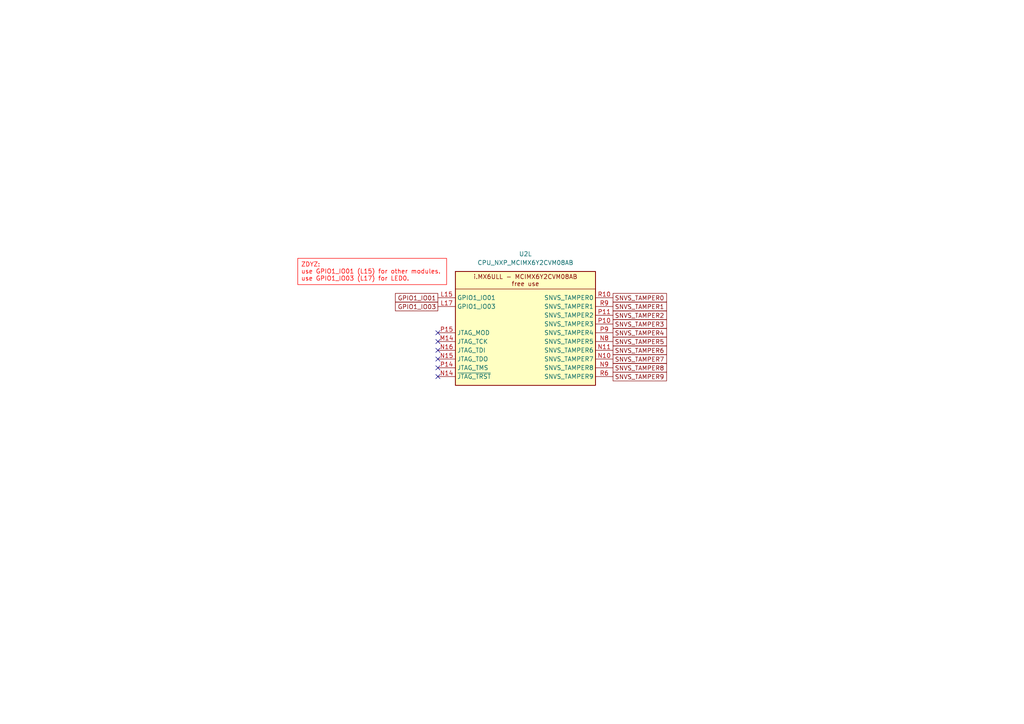
<source format=kicad_sch>
(kicad_sch
	(version 20231120)
	(generator "eeschema")
	(generator_version "8.0")
	(uuid "dab62c66-96a1-46b0-bdc7-1e0d51071e70")
	(paper "A4")
	(title_block
		(title "i.XM6ULL Core - free")
		(date "2024-06-06")
		(rev "0.9.1")
	)
	(lib_symbols
		(symbol "i.MX6ULL_Core:CPU_NXP_MCIMX6Y2CVM08AB"
			(exclude_from_sim no)
			(in_bom yes)
			(on_board yes)
			(property "Reference" "U"
				(at 0 0 0)
				(effects
					(font
						(size 1.27 1.27)
					)
				)
			)
			(property "Value" "CPU_NXP_MCIMX6Y2CVM08AB"
				(at 0 54.61 0)
				(effects
					(font
						(size 1.27 1.27)
					)
				)
			)
			(property "Footprint" "i.MX6ULL_Core:NXP_BGA-289_14x14mm_Layout14x14_P0.8mm_Ball0.45mm_Pad0.4mm"
				(at 0 52.07 0)
				(effects
					(font
						(size 1.27 1.27)
					)
					(hide yes)
				)
			)
			(property "Datasheet" ""
				(at -29.21 -2.54 0)
				(effects
					(font
						(size 1.27 1.27)
					)
					(hide yes)
				)
			)
			(property "Description" ""
				(at -29.21 -2.54 0)
				(effects
					(font
						(size 1.27 1.27)
					)
					(hide yes)
				)
			)
			(property "ki_locked" ""
				(at 0 0 0)
				(effects
					(font
						(size 1.27 1.27)
					)
				)
			)
			(symbol "CPU_NXP_MCIMX6Y2CVM08AB_1_1"
				(unit_name "Unit A - PWR")
				(rectangle
					(start -20.32 44.45)
					(end 20.32 -44.45)
					(stroke
						(width 0.254)
						(type default)
					)
					(fill
						(type background)
					)
				)
				(polyline
					(pts
						(xy -20.32 -36.83) (xy 20.32 -36.83)
					)
					(stroke
						(width 0)
						(type default)
					)
					(fill
						(type none)
					)
				)
				(polyline
					(pts
						(xy -20.32 -27.94) (xy 20.32 -27.94)
					)
					(stroke
						(width 0)
						(type default)
					)
					(fill
						(type none)
					)
				)
				(polyline
					(pts
						(xy -20.32 -6.35) (xy 20.32 -6.35)
					)
					(stroke
						(width 0)
						(type default)
					)
					(fill
						(type none)
					)
				)
				(polyline
					(pts
						(xy -20.32 0) (xy 20.32 0)
					)
					(stroke
						(width 0)
						(type default)
					)
					(fill
						(type none)
					)
				)
				(polyline
					(pts
						(xy -20.32 8.89) (xy 20.32 8.89)
					)
					(stroke
						(width 0)
						(type default)
					)
					(fill
						(type none)
					)
				)
				(polyline
					(pts
						(xy -20.32 15.24) (xy 20.32 15.24)
					)
					(stroke
						(width 0)
						(type default)
					)
					(fill
						(type none)
					)
				)
				(polyline
					(pts
						(xy -20.32 24.13) (xy 20.32 24.13)
					)
					(stroke
						(width 0)
						(type default)
					)
					(fill
						(type none)
					)
				)
				(polyline
					(pts
						(xy -20.32 33.02) (xy 20.32 33.02)
					)
					(stroke
						(width 0)
						(type default)
					)
					(fill
						(type none)
					)
				)
				(polyline
					(pts
						(xy -20.32 39.37) (xy 20.32 39.37)
					)
					(stroke
						(width 0)
						(type default)
					)
					(fill
						(type none)
					)
				)
				(text "10pin"
					(at 5.08 20.32 0)
					(effects
						(font
							(size 1.27 1.27)
						)
						(justify right)
					)
				)
				(text "2pin"
					(at 5.08 29.21 0)
					(effects
						(font
							(size 1.27 1.27)
						)
						(justify right)
					)
				)
				(text "47pin"
					(at -15.24 -34.29 0)
					(effects
						(font
							(size 1.27 1.27)
						)
						(justify left)
					)
				)
				(text "4pin"
					(at 5.08 17.78 0)
					(effects
						(font
							(size 1.27 1.27)
						)
						(justify right)
					)
				)
				(text "6pin"
					(at -7.62 11.43 0)
					(effects
						(font
							(size 1.27 1.27)
						)
						(justify left)
					)
				)
				(text "6pin"
					(at -7.62 20.32 0)
					(effects
						(font
							(size 1.27 1.27)
						)
						(justify left)
					)
				)
				(text "ADC"
					(at 0 7.62 0)
					(effects
						(font
							(size 1.27 1.27)
						)
					)
				)
				(text "DRAM"
					(at 0 13.97 0)
					(effects
						(font
							(size 1.27 1.27)
						)
					)
				)
				(text "i.MX6ULL - MCIMX6Y2CVM08AB\nPWR"
					(at 0 41.91 0)
					(effects
						(font
							(size 1.27 1.27)
						)
					)
				)
				(text "LDO 2P5 1P1"
					(at 0 31.75 0)
					(effects
						(font
							(size 1.27 1.27)
						)
					)
				)
				(text private "NVCC_DRAM:\n	LPDDR2, 1.2V. DDR3L, 1.35V. DDR3, 1.5V\n\nNVCC_DRAM_2P5:\n	2.5V, Board-level connection to VDD_HIGH_CAP."
					(at 50.8 38.1 0)
					(effects
						(font
							(size 1.27 1.27)
						)
						(justify left top)
					)
				)
				(text "LDO ARM SOC"
					(at 0 22.86 0)
					(effects
						(font
							(size 1.27 1.27)
						)
					)
				)
				(text "LDO SNVS"
					(at 0 38.1 0)
					(effects
						(font
							(size 1.27 1.27)
						)
					)
				)
				(text "NVCC_xxx"
					(at 0 -7.62 0)
					(effects
						(font
							(size 1.27 1.27)
						)
					)
				)
				(text private "Total: 92 pins."
					(at -20.32 45.72 0)
					(effects
						(font
							(size 1.27 1.27)
						)
						(justify left)
					)
				)
				(text "Reserved"
					(at 0 -38.1 0)
					(effects
						(font
							(size 1.27 1.27)
						)
					)
				)
				(text "USB"
					(at 0 -1.27 0)
					(effects
						(font
							(size 1.27 1.27)
						)
					)
				)
				(text private "VDDA_ADC_3P3:\n	must be powered even\n	if the ADC is not used.\nADC_VREFH:\n	tied to VDDA_ADC_3P3.\n\nNGND_KEL0:\n	tied to GND.\n\nGPANIO:\n	reserved, unconnected."
					(at -76.2 38.1 0)
					(effects
						(font
							(size 1.27 1.27)
						)
						(justify left top)
					)
				)
				(text "VSS"
					(at 0 -29.21 0)
					(effects
						(font
							(size 1.27 1.27)
						)
					)
				)
				(pin power_in line
					(at -25.4 -34.29 0)
					(length 5.08)
					(name "VSS"
						(effects
							(font
								(size 1.27 1.27)
							)
						)
					)
					(number "A1"
						(effects
							(font
								(size 1.27 1.27)
							)
						)
					)
				)
				(pin passive line
					(at -25.4 -34.29 0)
					(length 5.08) hide
					(name "VSS"
						(effects
							(font
								(size 1.27 1.27)
							)
						)
					)
					(number "A17"
						(effects
							(font
								(size 1.27 1.27)
							)
						)
					)
				)
				(pin passive line
					(at -25.4 -34.29 0)
					(length 5.08) hide
					(name "VSS"
						(effects
							(font
								(size 1.27 1.27)
							)
						)
					)
					(number "C11"
						(effects
							(font
								(size 1.27 1.27)
							)
						)
					)
				)
				(pin passive line
					(at -25.4 -34.29 0)
					(length 5.08) hide
					(name "VSS"
						(effects
							(font
								(size 1.27 1.27)
							)
						)
					)
					(number "C15"
						(effects
							(font
								(size 1.27 1.27)
							)
						)
					)
				)
				(pin passive line
					(at -25.4 -34.29 0)
					(length 5.08) hide
					(name "VSS"
						(effects
							(font
								(size 1.27 1.27)
							)
						)
					)
					(number "C3"
						(effects
							(font
								(size 1.27 1.27)
							)
						)
					)
				)
				(pin power_in line
					(at -25.4 -15.24 0)
					(length 5.08)
					(name "NVCC_SD1"
						(effects
							(font
								(size 1.27 1.27)
							)
						)
					)
					(number "C4"
						(effects
							(font
								(size 1.27 1.27)
							)
						)
					)
				)
				(pin passive line
					(at -25.4 -34.29 0)
					(length 5.08) hide
					(name "VSS"
						(effects
							(font
								(size 1.27 1.27)
							)
						)
					)
					(number "C7"
						(effects
							(font
								(size 1.27 1.27)
							)
						)
					)
				)
				(pin passive line
					(at -25.4 -34.29 0)
					(length 5.08) hide
					(name "VSS"
						(effects
							(font
								(size 1.27 1.27)
							)
						)
					)
					(number "E11"
						(effects
							(font
								(size 1.27 1.27)
							)
						)
					)
				)
				(pin power_in line
					(at -25.4 -20.32 0)
					(length 5.08)
					(name "NVCC_LCD"
						(effects
							(font
								(size 1.27 1.27)
							)
						)
					)
					(number "E13"
						(effects
							(font
								(size 1.27 1.27)
							)
						)
					)
				)
				(pin power_in line
					(at -25.4 -17.78 0)
					(length 5.08)
					(name "NVCC_NAND"
						(effects
							(font
								(size 1.27 1.27)
							)
						)
					)
					(number "E7"
						(effects
							(font
								(size 1.27 1.27)
							)
						)
					)
				)
				(pin passive line
					(at -25.4 -34.29 0)
					(length 5.08) hide
					(name "VSS"
						(effects
							(font
								(size 1.27 1.27)
							)
						)
					)
					(number "E8"
						(effects
							(font
								(size 1.27 1.27)
							)
						)
					)
				)
				(pin passive line
					(at -25.4 -34.29 0)
					(length 5.08) hide
					(name "VSS"
						(effects
							(font
								(size 1.27 1.27)
							)
						)
					)
					(number "F10"
						(effects
							(font
								(size 1.27 1.27)
							)
						)
					)
				)
				(pin passive line
					(at -25.4 -34.29 0)
					(length 5.08) hide
					(name "VSS"
						(effects
							(font
								(size 1.27 1.27)
							)
						)
					)
					(number "F11"
						(effects
							(font
								(size 1.27 1.27)
							)
						)
					)
				)
				(pin passive line
					(at -25.4 -34.29 0)
					(length 5.08) hide
					(name "VSS"
						(effects
							(font
								(size 1.27 1.27)
							)
						)
					)
					(number "F12"
						(effects
							(font
								(size 1.27 1.27)
							)
						)
					)
				)
				(pin power_in line
					(at -25.4 -22.86 0)
					(length 5.08)
					(name "NVCC_ENET"
						(effects
							(font
								(size 1.27 1.27)
							)
						)
					)
					(number "F13"
						(effects
							(font
								(size 1.27 1.27)
							)
						)
					)
				)
				(pin power_in line
					(at -25.4 -25.4 0)
					(length 5.08)
					(name "NVCC_CSI"
						(effects
							(font
								(size 1.27 1.27)
							)
						)
					)
					(number "F4"
						(effects
							(font
								(size 1.27 1.27)
							)
						)
					)
				)
				(pin passive line
					(at -25.4 -34.29 0)
					(length 5.08) hide
					(name "VSS"
						(effects
							(font
								(size 1.27 1.27)
							)
						)
					)
					(number "F6"
						(effects
							(font
								(size 1.27 1.27)
							)
						)
					)
				)
				(pin passive line
					(at -25.4 -34.29 0)
					(length 5.08) hide
					(name "VSS"
						(effects
							(font
								(size 1.27 1.27)
							)
						)
					)
					(number "F7"
						(effects
							(font
								(size 1.27 1.27)
							)
						)
					)
				)
				(pin passive line
					(at -25.4 -34.29 0)
					(length 5.08) hide
					(name "VSS"
						(effects
							(font
								(size 1.27 1.27)
							)
						)
					)
					(number "F8"
						(effects
							(font
								(size 1.27 1.27)
							)
						)
					)
				)
				(pin passive line
					(at -25.4 -34.29 0)
					(length 5.08) hide
					(name "VSS"
						(effects
							(font
								(size 1.27 1.27)
							)
						)
					)
					(number "F9"
						(effects
							(font
								(size 1.27 1.27)
							)
						)
					)
				)
				(pin passive line
					(at 25.4 17.78 180)
					(length 5.08) hide
					(name "VDD_ARM_CAP"
						(effects
							(font
								(size 1.27 1.27)
							)
						)
					)
					(number "G10"
						(effects
							(font
								(size 1.27 1.27)
							)
						)
					)
				)
				(pin passive line
					(at 25.4 17.78 180)
					(length 5.08) hide
					(name "VDD_ARM_CAP"
						(effects
							(font
								(size 1.27 1.27)
							)
						)
					)
					(number "G11"
						(effects
							(font
								(size 1.27 1.27)
							)
						)
					)
				)
				(pin passive line
					(at -25.4 -34.29 0)
					(length 5.08) hide
					(name "VSS"
						(effects
							(font
								(size 1.27 1.27)
							)
						)
					)
					(number "G12"
						(effects
							(font
								(size 1.27 1.27)
							)
						)
					)
				)
				(pin passive line
					(at -25.4 -34.29 0)
					(length 5.08) hide
					(name "VSS"
						(effects
							(font
								(size 1.27 1.27)
							)
						)
					)
					(number "G15"
						(effects
							(font
								(size 1.27 1.27)
							)
						)
					)
				)
				(pin passive line
					(at -25.4 -34.29 0)
					(length 5.08) hide
					(name "VSS"
						(effects
							(font
								(size 1.27 1.27)
							)
						)
					)
					(number "G3"
						(effects
							(font
								(size 1.27 1.27)
							)
						)
					)
				)
				(pin passive line
					(at -25.4 -34.29 0)
					(length 5.08) hide
					(name "VSS"
						(effects
							(font
								(size 1.27 1.27)
							)
						)
					)
					(number "G5"
						(effects
							(font
								(size 1.27 1.27)
							)
						)
					)
				)
				(pin power_in line
					(at -25.4 11.43 0)
					(length 5.08)
					(name "NVCC_DRAM"
						(effects
							(font
								(size 1.27 1.27)
							)
						)
					)
					(number "G6"
						(effects
							(font
								(size 1.27 1.27)
							)
						)
					)
				)
				(pin passive line
					(at -25.4 -34.29 0)
					(length 5.08) hide
					(name "VSS"
						(effects
							(font
								(size 1.27 1.27)
							)
						)
					)
					(number "G7"
						(effects
							(font
								(size 1.27 1.27)
							)
						)
					)
				)
				(pin power_out line
					(at 25.4 20.32 180)
					(length 5.08)
					(name "VDD_SOC_CAP"
						(effects
							(font
								(size 1.27 1.27)
							)
						)
					)
					(number "G8"
						(effects
							(font
								(size 1.27 1.27)
							)
						)
					)
				)
				(pin power_out line
					(at 25.4 17.78 180)
					(length 5.08)
					(name "VDD_ARM_CAP"
						(effects
							(font
								(size 1.27 1.27)
							)
						)
					)
					(number "G9"
						(effects
							(font
								(size 1.27 1.27)
							)
						)
					)
				)
				(pin passive line
					(at -25.4 20.32 0)
					(length 5.08) hide
					(name "VDD_SOC_IN"
						(effects
							(font
								(size 1.27 1.27)
							)
						)
					)
					(number "H10"
						(effects
							(font
								(size 1.27 1.27)
							)
						)
					)
				)
				(pin passive line
					(at 25.4 17.78 180)
					(length 5.08) hide
					(name "VDD_ARM_CAP"
						(effects
							(font
								(size 1.27 1.27)
							)
						)
					)
					(number "H11"
						(effects
							(font
								(size 1.27 1.27)
							)
						)
					)
				)
				(pin passive line
					(at -25.4 -34.29 0)
					(length 5.08) hide
					(name "VSS"
						(effects
							(font
								(size 1.27 1.27)
							)
						)
					)
					(number "H12"
						(effects
							(font
								(size 1.27 1.27)
							)
						)
					)
				)
				(pin power_in line
					(at -25.4 -10.16 0)
					(length 5.08)
					(name "NVCC_UART"
						(effects
							(font
								(size 1.27 1.27)
							)
						)
					)
					(number "H13"
						(effects
							(font
								(size 1.27 1.27)
							)
						)
					)
				)
				(pin passive line
					(at -25.4 11.43 0)
					(length 5.08) hide
					(name "NVCC_DRAM"
						(effects
							(font
								(size 1.27 1.27)
							)
						)
					)
					(number "H6"
						(effects
							(font
								(size 1.27 1.27)
							)
						)
					)
				)
				(pin passive line
					(at -25.4 -34.29 0)
					(length 5.08) hide
					(name "VSS"
						(effects
							(font
								(size 1.27 1.27)
							)
						)
					)
					(number "H7"
						(effects
							(font
								(size 1.27 1.27)
							)
						)
					)
				)
				(pin passive line
					(at 25.4 20.32 180)
					(length 5.08) hide
					(name "VDD_SOC_CAP"
						(effects
							(font
								(size 1.27 1.27)
							)
						)
					)
					(number "H8"
						(effects
							(font
								(size 1.27 1.27)
							)
						)
					)
				)
				(pin power_in line
					(at -25.4 20.32 0)
					(length 5.08)
					(name "VDD_SOC_IN"
						(effects
							(font
								(size 1.27 1.27)
							)
						)
					)
					(number "H9"
						(effects
							(font
								(size 1.27 1.27)
							)
						)
					)
				)
				(pin passive line
					(at -25.4 20.32 0)
					(length 5.08) hide
					(name "VDD_SOC_IN"
						(effects
							(font
								(size 1.27 1.27)
							)
						)
					)
					(number "J10"
						(effects
							(font
								(size 1.27 1.27)
							)
						)
					)
				)
				(pin passive line
					(at 25.4 20.32 180)
					(length 5.08) hide
					(name "VDD_SOC_CAP"
						(effects
							(font
								(size 1.27 1.27)
							)
						)
					)
					(number "J11"
						(effects
							(font
								(size 1.27 1.27)
							)
						)
					)
				)
				(pin passive line
					(at -25.4 -34.29 0)
					(length 5.08) hide
					(name "VSS"
						(effects
							(font
								(size 1.27 1.27)
							)
						)
					)
					(number "J12"
						(effects
							(font
								(size 1.27 1.27)
							)
						)
					)
				)
				(pin power_in line
					(at -25.4 -12.7 0)
					(length 5.08)
					(name "NVCC_GPIO"
						(effects
							(font
								(size 1.27 1.27)
							)
						)
					)
					(number "J13"
						(effects
							(font
								(size 1.27 1.27)
							)
						)
					)
				)
				(pin passive line
					(at -25.4 -34.29 0)
					(length 5.08) hide
					(name "VSS"
						(effects
							(font
								(size 1.27 1.27)
							)
						)
					)
					(number "J5"
						(effects
							(font
								(size 1.27 1.27)
							)
						)
					)
				)
				(pin passive line
					(at -25.4 11.43 0)
					(length 5.08) hide
					(name "NVCC_DRAM"
						(effects
							(font
								(size 1.27 1.27)
							)
						)
					)
					(number "J6"
						(effects
							(font
								(size 1.27 1.27)
							)
						)
					)
				)
				(pin passive line
					(at -25.4 -34.29 0)
					(length 5.08) hide
					(name "VSS"
						(effects
							(font
								(size 1.27 1.27)
							)
						)
					)
					(number "J7"
						(effects
							(font
								(size 1.27 1.27)
							)
						)
					)
				)
				(pin passive line
					(at 25.4 20.32 180)
					(length 5.08) hide
					(name "VDD_SOC_CAP"
						(effects
							(font
								(size 1.27 1.27)
							)
						)
					)
					(number "J8"
						(effects
							(font
								(size 1.27 1.27)
							)
						)
					)
				)
				(pin passive line
					(at -25.4 20.32 0)
					(length 5.08) hide
					(name "VDD_SOC_IN"
						(effects
							(font
								(size 1.27 1.27)
							)
						)
					)
					(number "J9"
						(effects
							(font
								(size 1.27 1.27)
							)
						)
					)
				)
				(pin passive line
					(at -25.4 20.32 0)
					(length 5.08) hide
					(name "VDD_SOC_IN"
						(effects
							(font
								(size 1.27 1.27)
							)
						)
					)
					(number "K10"
						(effects
							(font
								(size 1.27 1.27)
							)
						)
					)
				)
				(pin passive line
					(at 25.4 20.32 180)
					(length 5.08) hide
					(name "VDD_SOC_CAP"
						(effects
							(font
								(size 1.27 1.27)
							)
						)
					)
					(number "K11"
						(effects
							(font
								(size 1.27 1.27)
							)
						)
					)
				)
				(pin passive line
					(at -25.4 -34.29 0)
					(length 5.08) hide
					(name "VSS"
						(effects
							(font
								(size 1.27 1.27)
							)
						)
					)
					(number "K12"
						(effects
							(font
								(size 1.27 1.27)
							)
						)
					)
				)
				(pin passive line
					(at -25.4 11.43 0)
					(length 5.08) hide
					(name "NVCC_DRAM"
						(effects
							(font
								(size 1.27 1.27)
							)
						)
					)
					(number "K6"
						(effects
							(font
								(size 1.27 1.27)
							)
						)
					)
				)
				(pin passive line
					(at -25.4 -34.29 0)
					(length 5.08) hide
					(name "VSS"
						(effects
							(font
								(size 1.27 1.27)
							)
						)
					)
					(number "K7"
						(effects
							(font
								(size 1.27 1.27)
							)
						)
					)
				)
				(pin passive line
					(at 25.4 20.32 180)
					(length 5.08) hide
					(name "VDD_SOC_CAP"
						(effects
							(font
								(size 1.27 1.27)
							)
						)
					)
					(number "K8"
						(effects
							(font
								(size 1.27 1.27)
							)
						)
					)
				)
				(pin passive line
					(at -25.4 20.32 0)
					(length 5.08) hide
					(name "VDD_SOC_IN"
						(effects
							(font
								(size 1.27 1.27)
							)
						)
					)
					(number "K9"
						(effects
							(font
								(size 1.27 1.27)
							)
						)
					)
				)
				(pin passive line
					(at 25.4 20.32 180)
					(length 5.08) hide
					(name "VDD_SOC_CAP"
						(effects
							(font
								(size 1.27 1.27)
							)
						)
					)
					(number "L10"
						(effects
							(font
								(size 1.27 1.27)
							)
						)
					)
				)
				(pin passive line
					(at 25.4 20.32 180)
					(length 5.08) hide
					(name "VDD_SOC_CAP"
						(effects
							(font
								(size 1.27 1.27)
							)
						)
					)
					(number "L11"
						(effects
							(font
								(size 1.27 1.27)
							)
						)
					)
				)
				(pin passive line
					(at -25.4 -34.29 0)
					(length 5.08) hide
					(name "VSS"
						(effects
							(font
								(size 1.27 1.27)
							)
						)
					)
					(number "L12"
						(effects
							(font
								(size 1.27 1.27)
							)
						)
					)
				)
				(pin power_in line
					(at -25.4 5.08 0)
					(length 5.08)
					(name "VDDA_ADC_3P3"
						(effects
							(font
								(size 1.27 1.27)
							)
						)
					)
					(number "L13"
						(effects
							(font
								(size 1.27 1.27)
							)
						)
					)
				)
				(pin passive line
					(at -25.4 -34.29 0)
					(length 5.08) hide
					(name "VSS"
						(effects
							(font
								(size 1.27 1.27)
							)
						)
					)
					(number "L3"
						(effects
							(font
								(size 1.27 1.27)
							)
						)
					)
				)
				(pin passive line
					(at -25.4 11.43 0)
					(length 5.08) hide
					(name "NVCC_DRAM"
						(effects
							(font
								(size 1.27 1.27)
							)
						)
					)
					(number "L6"
						(effects
							(font
								(size 1.27 1.27)
							)
						)
					)
				)
				(pin passive line
					(at -25.4 -34.29 0)
					(length 5.08) hide
					(name "VSS"
						(effects
							(font
								(size 1.27 1.27)
							)
						)
					)
					(number "L7"
						(effects
							(font
								(size 1.27 1.27)
							)
						)
					)
				)
				(pin passive line
					(at 25.4 20.32 180)
					(length 5.08) hide
					(name "VDD_SOC_CAP"
						(effects
							(font
								(size 1.27 1.27)
							)
						)
					)
					(number "L8"
						(effects
							(font
								(size 1.27 1.27)
							)
						)
					)
				)
				(pin passive line
					(at 25.4 20.32 180)
					(length 5.08) hide
					(name "VDD_SOC_CAP"
						(effects
							(font
								(size 1.27 1.27)
							)
						)
					)
					(number "L9"
						(effects
							(font
								(size 1.27 1.27)
							)
						)
					)
				)
				(pin passive line
					(at -25.4 -34.29 0)
					(length 5.08) hide
					(name "VSS"
						(effects
							(font
								(size 1.27 1.27)
							)
						)
					)
					(number "M10"
						(effects
							(font
								(size 1.27 1.27)
							)
						)
					)
				)
				(pin passive line
					(at -25.4 -34.29 0)
					(length 5.08) hide
					(name "VSS"
						(effects
							(font
								(size 1.27 1.27)
							)
						)
					)
					(number "M11"
						(effects
							(font
								(size 1.27 1.27)
							)
						)
					)
				)
				(pin power_in line
					(at -25.4 -31.75 0)
					(length 5.08)
					(name "NGND_KEL0"
						(effects
							(font
								(size 1.27 1.27)
							)
						)
					)
					(number "M12"
						(effects
							(font
								(size 1.27 1.27)
							)
						)
					)
				)
				(pin power_in line
					(at -25.4 2.54 0)
					(length 5.08)
					(name "ADC_VREFH"
						(effects
							(font
								(size 1.27 1.27)
							)
						)
					)
					(number "M13"
						(effects
							(font
								(size 1.27 1.27)
							)
						)
					)
				)
				(pin passive line
					(at -25.4 11.43 0)
					(length 5.08) hide
					(name "NVCC_DRAM"
						(effects
							(font
								(size 1.27 1.27)
							)
						)
					)
					(number "M6"
						(effects
							(font
								(size 1.27 1.27)
							)
						)
					)
				)
				(pin passive line
					(at -25.4 -34.29 0)
					(length 5.08) hide
					(name "VSS"
						(effects
							(font
								(size 1.27 1.27)
							)
						)
					)
					(number "M7"
						(effects
							(font
								(size 1.27 1.27)
							)
						)
					)
				)
				(pin passive line
					(at -25.4 -34.29 0)
					(length 5.08) hide
					(name "VSS"
						(effects
							(font
								(size 1.27 1.27)
							)
						)
					)
					(number "M8"
						(effects
							(font
								(size 1.27 1.27)
							)
						)
					)
				)
				(pin passive line
					(at -25.4 -34.29 0)
					(length 5.08) hide
					(name "VSS"
						(effects
							(font
								(size 1.27 1.27)
							)
						)
					)
					(number "M9"
						(effects
							(font
								(size 1.27 1.27)
							)
						)
					)
				)
				(pin power_out line
					(at 25.4 35.56 180)
					(length 5.08)
					(name "VDD_SNVS_CAP"
						(effects
							(font
								(size 1.27 1.27)
							)
						)
					)
					(number "N12"
						(effects
							(font
								(size 1.27 1.27)
							)
						)
					)
				)
				(pin power_in line
					(at -25.4 29.21 0)
					(length 5.08)
					(name "VDD_HIGH_IN"
						(effects
							(font
								(size 1.27 1.27)
							)
						)
					)
					(number "N13"
						(effects
							(font
								(size 1.27 1.27)
							)
						)
					)
				)
				(pin passive line
					(at -25.4 -34.29 0)
					(length 5.08) hide
					(name "VSS"
						(effects
							(font
								(size 1.27 1.27)
							)
						)
					)
					(number "N3"
						(effects
							(font
								(size 1.27 1.27)
							)
						)
					)
				)
				(pin passive line
					(at -25.4 -34.29 0)
					(length 5.08) hide
					(name "VSS"
						(effects
							(font
								(size 1.27 1.27)
							)
						)
					)
					(number "N5"
						(effects
							(font
								(size 1.27 1.27)
							)
						)
					)
				)
				(pin power_in line
					(at 25.4 11.43 180)
					(length 5.08)
					(name "NVCC_DRAM_2P5"
						(effects
							(font
								(size 1.27 1.27)
							)
						)
					)
					(number "N6"
						(effects
							(font
								(size 1.27 1.27)
							)
						)
					)
				)
				(pin power_in line
					(at -25.4 35.56 0)
					(length 5.08)
					(name "VDD_SNVS_IN"
						(effects
							(font
								(size 1.27 1.27)
							)
						)
					)
					(number "P12"
						(effects
							(font
								(size 1.27 1.27)
							)
						)
					)
				)
				(pin power_out line
					(at 25.4 26.67 180)
					(length 5.08)
					(name "NVCC_PLL"
						(effects
							(font
								(size 1.27 1.27)
							)
						)
					)
					(number "P13"
						(effects
							(font
								(size 1.27 1.27)
							)
						)
					)
				)
				(pin passive line
					(at -25.4 -34.29 0)
					(length 5.08) hide
					(name "VSS"
						(effects
							(font
								(size 1.27 1.27)
							)
						)
					)
					(number "R11"
						(effects
							(font
								(size 1.27 1.27)
							)
						)
					)
				)
				(pin power_out line
					(at 25.4 -3.81 180)
					(length 5.08)
					(name "VDD_USB_CAP"
						(effects
							(font
								(size 1.27 1.27)
							)
						)
					)
					(number "R12"
						(effects
							(font
								(size 1.27 1.27)
							)
						)
					)
				)
				(pin no_connect line
					(at -25.4 -40.64 0)
					(length 5.08)
					(name "GPANAIO"
						(effects
							(font
								(size 1.27 1.27)
							)
						)
					)
					(number "R13"
						(effects
							(font
								(size 1.27 1.27)
							)
						)
					)
				)
				(pin power_out line
					(at 25.4 29.21 180)
					(length 5.08)
					(name "VDD_HIGH_CAP"
						(effects
							(font
								(size 1.27 1.27)
							)
						)
					)
					(number "R14"
						(effects
							(font
								(size 1.27 1.27)
							)
						)
					)
				)
				(pin passive line
					(at 25.4 29.21 180)
					(length 5.08) hide
					(name "VDD_HIGH_CAP"
						(effects
							(font
								(size 1.27 1.27)
							)
						)
					)
					(number "R15"
						(effects
							(font
								(size 1.27 1.27)
							)
						)
					)
				)
				(pin passive line
					(at -25.4 -34.29 0)
					(length 5.08) hide
					(name "VSS"
						(effects
							(font
								(size 1.27 1.27)
							)
						)
					)
					(number "R16"
						(effects
							(font
								(size 1.27 1.27)
							)
						)
					)
				)
				(pin passive line
					(at -25.4 -34.29 0)
					(length 5.08) hide
					(name "VSS"
						(effects
							(font
								(size 1.27 1.27)
							)
						)
					)
					(number "R17"
						(effects
							(font
								(size 1.27 1.27)
							)
						)
					)
				)
				(pin passive line
					(at -25.4 -34.29 0)
					(length 5.08) hide
					(name "VSS"
						(effects
							(font
								(size 1.27 1.27)
							)
						)
					)
					(number "R3"
						(effects
							(font
								(size 1.27 1.27)
							)
						)
					)
				)
				(pin passive line
					(at -25.4 -34.29 0)
					(length 5.08) hide
					(name "VSS"
						(effects
							(font
								(size 1.27 1.27)
							)
						)
					)
					(number "R5"
						(effects
							(font
								(size 1.27 1.27)
							)
						)
					)
				)
				(pin passive line
					(at -25.4 -34.29 0)
					(length 5.08) hide
					(name "VSS"
						(effects
							(font
								(size 1.27 1.27)
							)
						)
					)
					(number "R7"
						(effects
							(font
								(size 1.27 1.27)
							)
						)
					)
				)
				(pin passive line
					(at -25.4 -34.29 0)
					(length 5.08) hide
					(name "VSS"
						(effects
							(font
								(size 1.27 1.27)
							)
						)
					)
					(number "T14"
						(effects
							(font
								(size 1.27 1.27)
							)
						)
					)
				)
				(pin passive line
					(at -25.4 -34.29 0)
					(length 5.08) hide
					(name "VSS"
						(effects
							(font
								(size 1.27 1.27)
							)
						)
					)
					(number "U1"
						(effects
							(font
								(size 1.27 1.27)
							)
						)
					)
				)
				(pin passive line
					(at -25.4 -34.29 0)
					(length 5.08) hide
					(name "VSS"
						(effects
							(font
								(size 1.27 1.27)
							)
						)
					)
					(number "U14"
						(effects
							(font
								(size 1.27 1.27)
							)
						)
					)
				)
				(pin passive line
					(at -25.4 -34.29 0)
					(length 5.08) hide
					(name "VSS"
						(effects
							(font
								(size 1.27 1.27)
							)
						)
					)
					(number "U17"
						(effects
							(font
								(size 1.27 1.27)
							)
						)
					)
				)
			)
			(symbol "CPU_NXP_MCIMX6Y2CVM08AB_2_1"
				(unit_name "Unit B - OSC/BOOT")
				(rectangle
					(start -20.32 22.86)
					(end 20.32 -22.86)
					(stroke
						(width 0.254)
						(type default)
					)
					(fill
						(type background)
					)
				)
				(polyline
					(pts
						(xy -20.32 -16.51) (xy 20.32 -16.51)
					)
					(stroke
						(width 0)
						(type default)
					)
					(fill
						(type none)
					)
				)
				(polyline
					(pts
						(xy -20.32 -7.62) (xy 20.32 -7.62)
					)
					(stroke
						(width 0)
						(type default)
					)
					(fill
						(type none)
					)
				)
				(polyline
					(pts
						(xy -20.32 1.27) (xy 20.32 1.27)
					)
					(stroke
						(width 0)
						(type default)
					)
					(fill
						(type none)
					)
				)
				(polyline
					(pts
						(xy -20.32 17.78) (xy 20.32 17.78)
					)
					(stroke
						(width 0)
						(type default)
					)
					(fill
						(type none)
					)
				)
				(text private "CCM_CLK1_P, CCM_CLK1_N:\n	unconnected if not used.\n\n~{POR}:\n	internal 100k pull up.\nONOFF:\n	internal 100k pull up, pull down to reset chip."
					(at 38.1 12.7 0)
					(effects
						(font
							(size 1.27 1.27)
						)
						(justify left top)
					)
				)
				(text "BOOT"
					(at 0 0 0)
					(effects
						(font
							(size 1.27 1.27)
						)
					)
				)
				(text "i.MX6ULL - MCIMX6Y2CVM08AB\nOSC/BOOT"
					(at 0 20.32 0)
					(effects
						(font
							(size 1.27 1.27)
						)
					)
				)
				(text "OSC"
					(at 0 16.51 0)
					(effects
						(font
							(size 1.27 1.27)
						)
					)
				)
				(text private "Total: 13 pins."
					(at -20.32 24.13 0)
					(effects
						(font
							(size 1.27 1.27)
						)
						(justify left)
					)
				)
				(text private "XTALI, XTALO:\n	24MHz.\nRTC_XTALI, RTC_XTALO:\n	32.768kHz.\n\nBOOT_MODE1,BOOT_MODE0:\n	internal 100k pull down.\n00: efuse.\n01: serial download.\n10: internal boot.\n11: reserved.\n\nTEST_MODE:\n	reserved,\n	unconnected or tied to GND."
					(at -76.2 12.7 0)
					(effects
						(font
							(size 1.27 1.27)
						)
						(justify left top)
					)
				)
				(text "Reserved"
					(at 0 -17.78 0)
					(effects
						(font
							(size 1.27 1.27)
						)
					)
				)
				(text "SNVS/CCM"
					(at 0 -8.89 0)
					(effects
						(font
							(size 1.27 1.27)
						)
					)
				)
				(pin no_connect line
					(at -25.4 -20.32 0)
					(length 5.08)
					(name "TEST_MODE"
						(effects
							(font
								(size 1.27 1.27)
							)
						)
					)
					(number "N7"
						(effects
							(font
								(size 1.27 1.27)
							)
						)
					)
				)
				(pin output output_low
					(at 25.4 11.43 180)
					(length 5.08)
					(name "CCM_CLK1_N"
						(effects
							(font
								(size 1.27 1.27)
							)
						)
					)
					(number "P16"
						(effects
							(font
								(size 1.27 1.27)
							)
						)
					)
				)
				(pin input input_low
					(at 25.4 13.97 180)
					(length 5.08)
					(name "CCM_CLK1_P"
						(effects
							(font
								(size 1.27 1.27)
							)
						)
					)
					(number "P17"
						(effects
							(font
								(size 1.27 1.27)
							)
						)
					)
				)
				(pin input input_low
					(at 25.4 -2.54 180)
					(length 5.08)
					(name "~{POR}"
						(effects
							(font
								(size 1.27 1.27)
							)
						)
					)
					(number "P8"
						(effects
							(font
								(size 1.27 1.27)
							)
						)
					)
				)
				(pin input input_low
					(at 25.4 -5.08 180)
					(length 5.08)
					(name "ONOFF"
						(effects
							(font
								(size 1.27 1.27)
							)
						)
					)
					(number "R8"
						(effects
							(font
								(size 1.27 1.27)
							)
						)
					)
				)
				(pin input input_low
					(at -25.4 -5.08 0)
					(length 5.08)
					(name "BOOT_MODE0"
						(effects
							(font
								(size 1.27 1.27)
							)
						)
					)
					(number "T10"
						(effects
							(font
								(size 1.27 1.27)
							)
						)
					)
				)
				(pin input input_low
					(at -25.4 6.35 0)
					(length 5.08)
					(name "RTC_XTALI"
						(effects
							(font
								(size 1.27 1.27)
							)
						)
					)
					(number "T11"
						(effects
							(font
								(size 1.27 1.27)
							)
						)
					)
				)
				(pin input input_low
					(at -25.4 13.97 0)
					(length 5.08)
					(name "XTALI"
						(effects
							(font
								(size 1.27 1.27)
							)
						)
					)
					(number "T16"
						(effects
							(font
								(size 1.27 1.27)
							)
						)
					)
				)
				(pin output output_low
					(at -25.4 11.43 0)
					(length 5.08)
					(name "XTALO"
						(effects
							(font
								(size 1.27 1.27)
							)
						)
					)
					(number "T17"
						(effects
							(font
								(size 1.27 1.27)
							)
						)
					)
				)
				(pin output output_low
					(at -25.4 -11.43 0)
					(length 5.08)
					(name "SNVS_PMIC_ON_REQ"
						(effects
							(font
								(size 1.27 1.27)
							)
						)
					)
					(number "T9"
						(effects
							(font
								(size 1.27 1.27)
							)
						)
					)
				)
				(pin input input_low
					(at -25.4 -2.54 0)
					(length 5.08)
					(name "BOOT_MODE1"
						(effects
							(font
								(size 1.27 1.27)
							)
						)
					)
					(number "U10"
						(effects
							(font
								(size 1.27 1.27)
							)
						)
					)
				)
				(pin output output_low
					(at -25.4 3.81 0)
					(length 5.08)
					(name "RTC_XTALO"
						(effects
							(font
								(size 1.27 1.27)
							)
						)
					)
					(number "U11"
						(effects
							(font
								(size 1.27 1.27)
							)
						)
					)
				)
				(pin output output_low
					(at -25.4 -13.97 0)
					(length 5.08)
					(name "CCM_PMIC_STBY_REQ"
						(effects
							(font
								(size 1.27 1.27)
							)
						)
					)
					(number "U9"
						(effects
							(font
								(size 1.27 1.27)
							)
						)
					)
				)
			)
			(symbol "CPU_NXP_MCIMX6Y2CVM08AB_3_1"
				(unit_name "Unit C - DRAM")
				(rectangle
					(start -20.32 46.99)
					(end 20.32 -46.99)
					(stroke
						(width 0.254)
						(type default)
					)
					(fill
						(type background)
					)
				)
				(polyline
					(pts
						(xy -20.32 41.91) (xy 20.32 41.91)
					)
					(stroke
						(width 0)
						(type default)
					)
					(fill
						(type none)
					)
				)
				(text private "DRAM_VREF:\n	must be half of NVCC_DRAM.\n	Use a 1 kohm 0.5% resistor to GND and a 1 kohm 0.5%\n	resistor to NVCC_DRAM. Shunt each resistor with a\n	closely-mounted 0.1 uF capacitor."
					(at -101.6 38.1 0)
					(effects
						(font
							(size 1.27 1.27)
						)
						(justify left top)
					)
				)
				(text private "Total: 55 pins."
					(at -20.32 48.26 0)
					(effects
						(font
							(size 1.27 1.27)
						)
						(justify left)
					)
				)
				(text "i.MX6ULL - MCIMX6Y2CVM08AB\nDRAM"
					(at 0 44.45 0)
					(effects
						(font
							(size 1.27 1.27)
						)
					)
				)
				(pin output output_low
					(at 25.4 24.13 180)
					(length 5.08)
					(name "DRAM_ODT1"
						(effects
							(font
								(size 1.27 1.27)
							)
						)
					)
					(number "F1"
						(effects
							(font
								(size 1.27 1.27)
							)
						)
					)
				)
				(pin output output_low
					(at -25.4 -24.13 0)
					(length 5.08)
					(name "DRAM_ADDR14"
						(effects
							(font
								(size 1.27 1.27)
							)
						)
					)
					(number "G1"
						(effects
							(font
								(size 1.27 1.27)
							)
						)
					)
				)
				(pin output output_low
					(at -25.4 -1.27 0)
					(length 5.08)
					(name "DRAM_ADDR06"
						(effects
							(font
								(size 1.27 1.27)
							)
						)
					)
					(number "G2"
						(effects
							(font
								(size 1.27 1.27)
							)
						)
					)
				)
				(pin output output_low
					(at -25.4 29.21 0)
					(length 5.08)
					(name "DRAM_RESET"
						(effects
							(font
								(size 1.27 1.27)
							)
						)
					)
					(number "G4"
						(effects
							(font
								(size 1.27 1.27)
							)
						)
					)
				)
				(pin output output_low
					(at -25.4 -34.29 0)
					(length 5.08)
					(name "DRAM_SDBA1"
						(effects
							(font
								(size 1.27 1.27)
							)
						)
					)
					(number "H1"
						(effects
							(font
								(size 1.27 1.27)
							)
						)
					)
				)
				(pin output output_low
					(at -25.4 11.43 0)
					(length 5.08)
					(name "DRAM_ADDR01"
						(effects
							(font
								(size 1.27 1.27)
							)
						)
					)
					(number "H2"
						(effects
							(font
								(size 1.27 1.27)
							)
						)
					)
				)
				(pin output output_low
					(at -25.4 -21.59 0)
					(length 5.08)
					(name "DRAM_ADDR13"
						(effects
							(font
								(size 1.27 1.27)
							)
						)
					)
					(number "H3"
						(effects
							(font
								(size 1.27 1.27)
							)
						)
					)
				)
				(pin output output_low
					(at -25.4 -3.81 0)
					(length 5.08)
					(name "DRAM_ADDR07"
						(effects
							(font
								(size 1.27 1.27)
							)
						)
					)
					(number "H4"
						(effects
							(font
								(size 1.27 1.27)
							)
						)
					)
				)
				(pin output output_low
					(at -25.4 31.75 0)
					(length 5.08)
					(name "~{DRAM_CS1}"
						(effects
							(font
								(size 1.27 1.27)
							)
						)
					)
					(number "H5"
						(effects
							(font
								(size 1.27 1.27)
							)
						)
					)
				)
				(pin output output_low
					(at 25.4 29.21 180)
					(length 5.08)
					(name "~{DRAM_SDWE}"
						(effects
							(font
								(size 1.27 1.27)
							)
						)
					)
					(number "J1"
						(effects
							(font
								(size 1.27 1.27)
							)
						)
					)
				)
				(pin output output_low
					(at 25.4 31.75 180)
					(length 5.08)
					(name "~{DRAM_CAS}"
						(effects
							(font
								(size 1.27 1.27)
							)
						)
					)
					(number "J2"
						(effects
							(font
								(size 1.27 1.27)
							)
						)
					)
				)
				(pin output output_low
					(at -25.4 24.13 0)
					(length 5.08)
					(name "DRAM_SDCKE1"
						(effects
							(font
								(size 1.27 1.27)
							)
						)
					)
					(number "J3"
						(effects
							(font
								(size 1.27 1.27)
							)
						)
					)
				)
				(pin output output_low
					(at -25.4 -8.89 0)
					(length 5.08)
					(name "DRAM_ADDR08"
						(effects
							(font
								(size 1.27 1.27)
							)
						)
					)
					(number "J4"
						(effects
							(font
								(size 1.27 1.27)
							)
						)
					)
				)
				(pin output output_low
					(at -25.4 8.89 0)
					(length 5.08)
					(name "DRAM_ADDR02"
						(effects
							(font
								(size 1.27 1.27)
							)
						)
					)
					(number "K1"
						(effects
							(font
								(size 1.27 1.27)
							)
						)
					)
				)
				(pin output output_low
					(at -25.4 -36.83 0)
					(length 5.08)
					(name "DRAM_SDBA2"
						(effects
							(font
								(size 1.27 1.27)
							)
						)
					)
					(number "K2"
						(effects
							(font
								(size 1.27 1.27)
							)
						)
					)
				)
				(pin output output_low
					(at -25.4 -16.51 0)
					(length 5.08)
					(name "DRAM_ADDR11"
						(effects
							(font
								(size 1.27 1.27)
							)
						)
					)
					(number "K3"
						(effects
							(font
								(size 1.27 1.27)
							)
						)
					)
				)
				(pin output output_low
					(at -25.4 3.81 0)
					(length 5.08)
					(name "DRAM_ADDR04"
						(effects
							(font
								(size 1.27 1.27)
							)
						)
					)
					(number "K4"
						(effects
							(font
								(size 1.27 1.27)
							)
						)
					)
				)
				(pin output output_low
					(at -25.4 -26.67 0)
					(length 5.08)
					(name "DRAM_ADDR15"
						(effects
							(font
								(size 1.27 1.27)
							)
						)
					)
					(number "K5"
						(effects
							(font
								(size 1.27 1.27)
							)
						)
					)
				)
				(pin output output_low
					(at -25.4 1.27 0)
					(length 5.08)
					(name "DRAM_ADDR05"
						(effects
							(font
								(size 1.27 1.27)
							)
						)
					)
					(number "L1"
						(effects
							(font
								(size 1.27 1.27)
							)
						)
					)
				)
				(pin output output_low
					(at -25.4 -11.43 0)
					(length 5.08)
					(name "DRAM_ADDR09"
						(effects
							(font
								(size 1.27 1.27)
							)
						)
					)
					(number "L2"
						(effects
							(font
								(size 1.27 1.27)
							)
						)
					)
				)
				(pin output output_low
					(at -25.4 -19.05 0)
					(length 5.08)
					(name "DRAM_ADDR12"
						(effects
							(font
								(size 1.27 1.27)
							)
						)
					)
					(number "L4"
						(effects
							(font
								(size 1.27 1.27)
							)
						)
					)
				)
				(pin output output_low
					(at -25.4 13.97 0)
					(length 5.08)
					(name "DRAM_ADDR00"
						(effects
							(font
								(size 1.27 1.27)
							)
						)
					)
					(number "L5"
						(effects
							(font
								(size 1.27 1.27)
							)
						)
					)
				)
				(pin output output_low
					(at -25.4 -31.75 0)
					(length 5.08)
					(name "DRAM_SDBA0"
						(effects
							(font
								(size 1.27 1.27)
							)
						)
					)
					(number "M1"
						(effects
							(font
								(size 1.27 1.27)
							)
						)
					)
				)
				(pin output output_low
					(at -25.4 6.35 0)
					(length 5.08)
					(name "DRAM_ADDR03"
						(effects
							(font
								(size 1.27 1.27)
							)
						)
					)
					(number "M2"
						(effects
							(font
								(size 1.27 1.27)
							)
						)
					)
				)
				(pin output output_low
					(at -25.4 26.67 0)
					(length 5.08)
					(name "DRAM_SDCKE0"
						(effects
							(font
								(size 1.27 1.27)
							)
						)
					)
					(number "M3"
						(effects
							(font
								(size 1.27 1.27)
							)
						)
					)
				)
				(pin output output_low
					(at -25.4 -13.97 0)
					(length 5.08)
					(name "DRAM_ADDR10"
						(effects
							(font
								(size 1.27 1.27)
							)
						)
					)
					(number "M4"
						(effects
							(font
								(size 1.27 1.27)
							)
						)
					)
				)
				(pin output output_low
					(at 25.4 34.29 180)
					(length 5.08)
					(name "~{DRAM_RAS}"
						(effects
							(font
								(size 1.27 1.27)
							)
						)
					)
					(number "M5"
						(effects
							(font
								(size 1.27 1.27)
							)
						)
					)
				)
				(pin output output_low
					(at 25.4 26.67 180)
					(length 5.08)
					(name "DRAM_ODT0"
						(effects
							(font
								(size 1.27 1.27)
							)
						)
					)
					(number "N1"
						(effects
							(font
								(size 1.27 1.27)
							)
						)
					)
				)
				(pin output output_low
					(at -25.4 34.29 0)
					(length 5.08)
					(name "~{DRAM_CS0}"
						(effects
							(font
								(size 1.27 1.27)
							)
						)
					)
					(number "N2"
						(effects
							(font
								(size 1.27 1.27)
							)
						)
					)
				)
				(pin passive output_low
					(at 25.4 21.59 180)
					(length 5.08)
					(name "DRAM_ZQPAD"
						(effects
							(font
								(size 1.27 1.27)
							)
						)
					)
					(number "N4"
						(effects
							(font
								(size 1.27 1.27)
							)
						)
					)
				)
				(pin output output_low
					(at -25.4 21.59 0)
					(length 5.08)
					(name "DRAM_SDCLK0+"
						(effects
							(font
								(size 1.27 1.27)
							)
						)
					)
					(number "P1"
						(effects
							(font
								(size 1.27 1.27)
							)
						)
					)
				)
				(pin output output_low
					(at -25.4 19.05 0)
					(length 5.08)
					(name "DRAM_SDCLK0-"
						(effects
							(font
								(size 1.27 1.27)
							)
						)
					)
					(number "P2"
						(effects
							(font
								(size 1.27 1.27)
							)
						)
					)
				)
				(pin bidirectional line
					(at 25.4 -21.59 180)
					(length 5.08)
					(name "DRAM_DATA13"
						(effects
							(font
								(size 1.27 1.27)
							)
						)
					)
					(number "P3"
						(effects
							(font
								(size 1.27 1.27)
							)
						)
					)
				)
				(pin power_in line
					(at -25.4 39.37 0)
					(length 5.08)
					(name "DRAM_VREF"
						(effects
							(font
								(size 1.27 1.27)
							)
						)
					)
					(number "P4"
						(effects
							(font
								(size 1.27 1.27)
							)
						)
					)
				)
				(pin bidirectional line
					(at 25.4 -19.05 180)
					(length 5.08)
					(name "DRAM_DATA12"
						(effects
							(font
								(size 1.27 1.27)
							)
						)
					)
					(number "P5"
						(effects
							(font
								(size 1.27 1.27)
							)
						)
					)
				)
				(pin bidirectional line
					(at 25.4 -31.75 180)
					(length 5.08)
					(name "DRAM_SDQS0+"
						(effects
							(font
								(size 1.27 1.27)
							)
						)
					)
					(number "P6"
						(effects
							(font
								(size 1.27 1.27)
							)
						)
					)
				)
				(pin bidirectional line
					(at 25.4 -34.29 180)
					(length 5.08)
					(name "DRAM_SDQS0-"
						(effects
							(font
								(size 1.27 1.27)
							)
						)
					)
					(number "P7"
						(effects
							(font
								(size 1.27 1.27)
							)
						)
					)
				)
				(pin bidirectional line
					(at 25.4 -26.67 180)
					(length 5.08)
					(name "DRAM_DATA15"
						(effects
							(font
								(size 1.27 1.27)
							)
						)
					)
					(number "R1"
						(effects
							(font
								(size 1.27 1.27)
							)
						)
					)
				)
				(pin bidirectional line
					(at 25.4 -24.13 180)
					(length 5.08)
					(name "DRAM_DATA14"
						(effects
							(font
								(size 1.27 1.27)
							)
						)
					)
					(number "R2"
						(effects
							(font
								(size 1.27 1.27)
							)
						)
					)
				)
				(pin bidirectional line
					(at 25.4 -16.51 180)
					(length 5.08)
					(name "DRAM_DATA11"
						(effects
							(font
								(size 1.27 1.27)
							)
						)
					)
					(number "R4"
						(effects
							(font
								(size 1.27 1.27)
							)
						)
					)
				)
				(pin bidirectional line
					(at 25.4 -36.83 180)
					(length 5.08)
					(name "DRAM_SDQS1+"
						(effects
							(font
								(size 1.27 1.27)
							)
						)
					)
					(number "T1"
						(effects
							(font
								(size 1.27 1.27)
							)
						)
					)
				)
				(pin bidirectional line
					(at 25.4 -39.37 180)
					(length 5.08)
					(name "DRAM_SDQS1-"
						(effects
							(font
								(size 1.27 1.27)
							)
						)
					)
					(number "T2"
						(effects
							(font
								(size 1.27 1.27)
							)
						)
					)
				)
				(pin bidirectional line
					(at 25.4 -44.45 180)
					(length 5.08)
					(name "DRAM_DQM1"
						(effects
							(font
								(size 1.27 1.27)
							)
						)
					)
					(number "T3"
						(effects
							(font
								(size 1.27 1.27)
							)
						)
					)
				)
				(pin bidirectional line
					(at 25.4 13.97 180)
					(length 5.08)
					(name "DRAM_DATA00"
						(effects
							(font
								(size 1.27 1.27)
							)
						)
					)
					(number "T4"
						(effects
							(font
								(size 1.27 1.27)
							)
						)
					)
				)
				(pin bidirectional line
					(at 25.4 -1.27 180)
					(length 5.08)
					(name "DRAM_DATA06"
						(effects
							(font
								(size 1.27 1.27)
							)
						)
					)
					(number "T5"
						(effects
							(font
								(size 1.27 1.27)
							)
						)
					)
				)
				(pin bidirectional line
					(at 25.4 8.89 180)
					(length 5.08)
					(name "DRAM_DATA02"
						(effects
							(font
								(size 1.27 1.27)
							)
						)
					)
					(number "T6"
						(effects
							(font
								(size 1.27 1.27)
							)
						)
					)
				)
				(pin bidirectional line
					(at 25.4 -41.91 180)
					(length 5.08)
					(name "DRAM_DQM0"
						(effects
							(font
								(size 1.27 1.27)
							)
						)
					)
					(number "T7"
						(effects
							(font
								(size 1.27 1.27)
							)
						)
					)
				)
				(pin bidirectional line
					(at 25.4 1.27 180)
					(length 5.08)
					(name "DRAM_DATA05"
						(effects
							(font
								(size 1.27 1.27)
							)
						)
					)
					(number "T8"
						(effects
							(font
								(size 1.27 1.27)
							)
						)
					)
				)
				(pin bidirectional line
					(at 25.4 -8.89 180)
					(length 5.08)
					(name "DRAM_DATA08"
						(effects
							(font
								(size 1.27 1.27)
							)
						)
					)
					(number "U2"
						(effects
							(font
								(size 1.27 1.27)
							)
						)
					)
				)
				(pin bidirectional line
					(at 25.4 -11.43 180)
					(length 5.08)
					(name "DRAM_DATA09"
						(effects
							(font
								(size 1.27 1.27)
							)
						)
					)
					(number "U3"
						(effects
							(font
								(size 1.27 1.27)
							)
						)
					)
				)
				(pin bidirectional line
					(at 25.4 -3.81 180)
					(length 5.08)
					(name "DRAM_DATA07"
						(effects
							(font
								(size 1.27 1.27)
							)
						)
					)
					(number "U4"
						(effects
							(font
								(size 1.27 1.27)
							)
						)
					)
				)
				(pin bidirectional line
					(at 25.4 -13.97 180)
					(length 5.08)
					(name "DRAM_DATA10"
						(effects
							(font
								(size 1.27 1.27)
							)
						)
					)
					(number "U5"
						(effects
							(font
								(size 1.27 1.27)
							)
						)
					)
				)
				(pin bidirectional line
					(at 25.4 11.43 180)
					(length 5.08)
					(name "DRAM_DATA01"
						(effects
							(font
								(size 1.27 1.27)
							)
						)
					)
					(number "U6"
						(effects
							(font
								(size 1.27 1.27)
							)
						)
					)
				)
				(pin bidirectional line
					(at 25.4 6.35 180)
					(length 5.08)
					(name "DRAM_DATA03"
						(effects
							(font
								(size 1.27 1.27)
							)
						)
					)
					(number "U7"
						(effects
							(font
								(size 1.27 1.27)
							)
						)
					)
				)
				(pin bidirectional line
					(at 25.4 3.81 180)
					(length 5.08)
					(name "DRAM_DATA04"
						(effects
							(font
								(size 1.27 1.27)
							)
						)
					)
					(number "U8"
						(effects
							(font
								(size 1.27 1.27)
							)
						)
					)
				)
			)
			(symbol "CPU_NXP_MCIMX6Y2CVM08AB_4_1"
				(unit_name "Unit D - SD/eMMC")
				(rectangle
					(start -25.4 22.86)
					(end 25.4 -22.86)
					(stroke
						(width 0.254)
						(type default)
					)
					(fill
						(type background)
					)
				)
				(polyline
					(pts
						(xy -25.4 17.78) (xy 25.4 17.78)
					)
					(stroke
						(width 0)
						(type default)
					)
					(fill
						(type none)
					)
				)
				(text private "NOTE:\n\nSD1 for eMMC, SD2 for SD card.\nSD card does not have RESET pin, so leave SD2_RESET unconnected.\nSD card does not have VSELECT pin, so give GPIO1_IO08 to LCD as PWM.\nIf you do not use dual-power for eMMC (VDDQ 1.8V), leave SD1_VSELECT unconnected.\nConnect a 22R(or 10R) resistor in series on SDn_CLK and SDn_CMD, close to host, for impedance matching.\nboot ROM uses SDn_CMD and SDn_DATA0 without internal pull-up configured, so pull them up to 3.3V via 10k.\nSD2 is in NVCC_NAND domain, power it to 3.3V."
					(at -38.1 -25.4 0)
					(effects
						(font
							(size 1.27 1.27)
						)
						(justify left top)
					)
				)
				(text "i.MX6ULL - MCIMX6Y2CVM08AB\nSD/eMMC"
					(at 0 20.32 0)
					(effects
						(font
							(size 1.27 1.27)
						)
					)
				)
				(text private "Total: 21 pins."
					(at -25.4 24.13 0)
					(effects
						(font
							(size 1.27 1.27)
						)
						(justify left)
					)
				)
				(pin bidirectional line
					(at -30.48 -5.08 0)
					(length 5.08)
					(name "SD1_DATA3"
						(effects
							(font
								(size 1.27 1.27)
							)
						)
					)
					(number "A2"
						(effects
							(font
								(size 1.27 1.27)
							)
						)
					)
				)
				(pin bidirectional line
					(at 30.48 -12.7 180)
					(length 5.08)
					(name "NAND_DATA07/SD2_DATA7"
						(effects
							(font
								(size 1.27 1.27)
							)
						)
					)
					(number "A5"
						(effects
							(font
								(size 1.27 1.27)
							)
						)
					)
				)
				(pin bidirectional line
					(at 30.48 -10.16 180)
					(length 5.08)
					(name "NAND_DATA06/SD2_DATA6"
						(effects
							(font
								(size 1.27 1.27)
							)
						)
					)
					(number "A6"
						(effects
							(font
								(size 1.27 1.27)
							)
						)
					)
				)
				(pin bidirectional line
					(at 30.48 0 180)
					(length 5.08)
					(name "NAND_DATA02/SD2_DATA2"
						(effects
							(font
								(size 1.27 1.27)
							)
						)
					)
					(number "A7"
						(effects
							(font
								(size 1.27 1.27)
							)
						)
					)
				)
				(pin bidirectional line
					(at -30.48 -2.54 0)
					(length 5.08)
					(name "SD1_DATA2"
						(effects
							(font
								(size 1.27 1.27)
							)
						)
					)
					(number "B1"
						(effects
							(font
								(size 1.27 1.27)
							)
						)
					)
				)
				(pin bidirectional line
					(at -30.48 0 0)
					(length 5.08)
					(name "SD1_DATA1"
						(effects
							(font
								(size 1.27 1.27)
							)
						)
					)
					(number "B2"
						(effects
							(font
								(size 1.27 1.27)
							)
						)
					)
				)
				(pin bidirectional line
					(at -30.48 2.54 0)
					(length 5.08)
					(name "SD1_DATA0"
						(effects
							(font
								(size 1.27 1.27)
							)
						)
					)
					(number "B3"
						(effects
							(font
								(size 1.27 1.27)
							)
						)
					)
				)
				(pin output output_low
					(at 30.48 15.24 180)
					(length 5.08)
					(name "NAND_ALE/SD2_RESET"
						(effects
							(font
								(size 1.27 1.27)
							)
						)
					)
					(number "B4"
						(effects
							(font
								(size 1.27 1.27)
							)
						)
					)
				)
				(pin bidirectional line
					(at 30.48 -7.62 180)
					(length 5.08)
					(name "NAND_DATA05/SD2_DATA5"
						(effects
							(font
								(size 1.27 1.27)
							)
						)
					)
					(number "B6"
						(effects
							(font
								(size 1.27 1.27)
							)
						)
					)
				)
				(pin bidirectional line
					(at 30.48 2.54 180)
					(length 5.08)
					(name "NAND_DATA01/SD2_DATA1"
						(effects
							(font
								(size 1.27 1.27)
							)
						)
					)
					(number "B7"
						(effects
							(font
								(size 1.27 1.27)
							)
						)
					)
				)
				(pin output output_low
					(at -30.48 10.16 0)
					(length 5.08)
					(name "SD1_CLK"
						(effects
							(font
								(size 1.27 1.27)
							)
						)
					)
					(number "C1"
						(effects
							(font
								(size 1.27 1.27)
							)
						)
					)
				)
				(pin bidirectional line
					(at -30.48 7.62 0)
					(length 5.08)
					(name "SD1_CMD"
						(effects
							(font
								(size 1.27 1.27)
							)
						)
					)
					(number "C2"
						(effects
							(font
								(size 1.27 1.27)
							)
						)
					)
				)
				(pin bidirectional line
					(at 30.48 -5.08 180)
					(length 5.08)
					(name "NAND_DATA04/SD2_DATA4"
						(effects
							(font
								(size 1.27 1.27)
							)
						)
					)
					(number "C6"
						(effects
							(font
								(size 1.27 1.27)
							)
						)
					)
				)
				(pin bidirectional line
					(at 30.48 10.16 180)
					(length 5.08)
					(name "~{NAND_WE}/SD2_CMD"
						(effects
							(font
								(size 1.27 1.27)
							)
						)
					)
					(number "C8"
						(effects
							(font
								(size 1.27 1.27)
							)
						)
					)
				)
				(pin output output_low
					(at 30.48 -20.32 180)
					(length 5.08)
					(name "~{NAND_WP}"
						(effects
							(font
								(size 1.27 1.27)
							)
						)
					)
					(number "D5"
						(effects
							(font
								(size 1.27 1.27)
							)
						)
					)
				)
				(pin bidirectional line
					(at 30.48 -2.54 180)
					(length 5.08)
					(name "NAND_DATA03/SD2_DATA3"
						(effects
							(font
								(size 1.27 1.27)
							)
						)
					)
					(number "D6"
						(effects
							(font
								(size 1.27 1.27)
							)
						)
					)
				)
				(pin bidirectional line
					(at 30.48 5.08 180)
					(length 5.08)
					(name "NAND_DATA00/SD2_DATA0"
						(effects
							(font
								(size 1.27 1.27)
							)
						)
					)
					(number "D7"
						(effects
							(font
								(size 1.27 1.27)
							)
						)
					)
				)
				(pin output output_low
					(at 30.48 12.7 180)
					(length 5.08)
					(name "~{NAND_RE}/SD2_CLK"
						(effects
							(font
								(size 1.27 1.27)
							)
						)
					)
					(number "D8"
						(effects
							(font
								(size 1.27 1.27)
							)
						)
					)
				)
				(pin bidirectional line
					(at 30.48 -17.78 180)
					(length 5.08)
					(name "NAND_DQS"
						(effects
							(font
								(size 1.27 1.27)
							)
						)
					)
					(number "E6"
						(effects
							(font
								(size 1.27 1.27)
							)
						)
					)
				)
				(pin input input_low
					(at -30.48 12.7 0)
					(length 5.08)
					(name "~{UART1_RTS}/~{SD1_CD}"
						(effects
							(font
								(size 1.27 1.27)
							)
						)
					)
					(number "J14"
						(effects
							(font
								(size 1.27 1.27)
							)
						)
					)
				)
				(pin output output_low
					(at -30.48 15.24 0)
					(length 5.08)
					(name "GPIO1_IO05/SD1_VSELECT"
						(effects
							(font
								(size 1.27 1.27)
							)
						)
					)
					(number "M17"
						(effects
							(font
								(size 1.27 1.27)
							)
						)
					)
				)
			)
			(symbol "CPU_NXP_MCIMX6Y2CVM08AB_5_1"
				(unit_name "Unit E - UART")
				(rectangle
					(start -20.32 10.16)
					(end 20.32 -10.16)
					(stroke
						(width 0.254)
						(type default)
					)
					(fill
						(type background)
					)
				)
				(polyline
					(pts
						(xy -20.32 5.08) (xy 20.32 5.08)
					)
					(stroke
						(width 0)
						(type default)
					)
					(fill
						(type none)
					)
				)
				(text "i.MX6ULL - MCIMX6Y2CVM08AB\nUART"
					(at 0 7.62 0)
					(effects
						(font
							(size 1.27 1.27)
						)
					)
				)
				(text private "Total: 6 pins."
					(at -20.32 11.43 0)
					(effects
						(font
							(size 1.27 1.27)
						)
						(justify left)
					)
				)
				(pin input input_low
					(at 25.4 -7.62 180)
					(length 5.08)
					(name "UART3_RXD"
						(effects
							(font
								(size 1.27 1.27)
							)
						)
					)
					(number "H16"
						(effects
							(font
								(size 1.27 1.27)
							)
						)
					)
				)
				(pin output output_low
					(at 25.4 -5.08 180)
					(length 5.08)
					(name "UART3_TXD"
						(effects
							(font
								(size 1.27 1.27)
							)
						)
					)
					(number "H17"
						(effects
							(font
								(size 1.27 1.27)
							)
						)
					)
				)
				(pin input input_low
					(at 25.4 0 180)
					(length 5.08)
					(name "UART2_RXD"
						(effects
							(font
								(size 1.27 1.27)
							)
						)
					)
					(number "J16"
						(effects
							(font
								(size 1.27 1.27)
							)
						)
					)
				)
				(pin output output_low
					(at 25.4 2.54 180)
					(length 5.08)
					(name "UART2_TXD"
						(effects
							(font
								(size 1.27 1.27)
							)
						)
					)
					(number "J17"
						(effects
							(font
								(size 1.27 1.27)
							)
						)
					)
				)
				(pin output output_low
					(at -25.4 2.54 0)
					(length 5.08)
					(name "UART1_TXD"
						(effects
							(font
								(size 1.27 1.27)
							)
						)
					)
					(number "K14"
						(effects
							(font
								(size 1.27 1.27)
							)
						)
					)
				)
				(pin input input_low
					(at -25.4 0 0)
					(length 5.08)
					(name "UART1_RXD"
						(effects
							(font
								(size 1.27 1.27)
							)
						)
					)
					(number "K16"
						(effects
							(font
								(size 1.27 1.27)
							)
						)
					)
				)
			)
			(symbol "CPU_NXP_MCIMX6Y2CVM08AB_6_1"
				(unit_name "Unit F - LCD/TSC")
				(rectangle
					(start -20.32 45.72)
					(end 20.32 -45.72)
					(stroke
						(width 0.254)
						(type default)
					)
					(fill
						(type background)
					)
				)
				(polyline
					(pts
						(xy -20.32 -35.56) (xy 20.32 -35.56)
					)
					(stroke
						(width 0)
						(type default)
					)
					(fill
						(type none)
					)
				)
				(polyline
					(pts
						(xy -20.32 -29.21) (xy 20.32 -29.21)
					)
					(stroke
						(width 0)
						(type default)
					)
					(fill
						(type none)
					)
				)
				(polyline
					(pts
						(xy -20.32 40.64) (xy 20.32 40.64)
					)
					(stroke
						(width 0)
						(type default)
					)
					(fill
						(type none)
					)
				)
				(text "Backlight"
					(at 0 -30.48 0)
					(effects
						(font
							(size 1.27 1.27)
						)
					)
				)
				(text "i.MX6ULL - MCIMX6Y2CVM08AB\nLCD/TSC"
					(at 0 43.18 0)
					(effects
						(font
							(size 1.27 1.27)
						)
					)
				)
				(text private "LCD_CLK:\n	pixel clock\nLCD_HSYNC:\n	horizontal sync\nLCD_VSYNC:\n	vertical sync\n\nPWM1_OUT:\n	LCD background light brightness adjust.\n	Its power domain is NVCC_GPIO.\n\nGPIO1_IO02:\n	configured as GPIO for touch screen IC reset.\nGPIO1_IO09:\n	configured as GPIO for touch screen IC interrupt."
					(at 50.8 25.4 0)
					(effects
						(font
							(size 1.27 1.27)
						)
						(justify left top)
					)
				)
				(text private "Total: 32 pins."
					(at -20.32 46.99 0)
					(effects
						(font
							(size 1.27 1.27)
						)
						(justify left)
					)
				)
				(text "LCD"
					(at 0 39.37 0)
					(effects
						(font
							(size 1.27 1.27)
						)
					)
				)
				(text "Touch Screen IC"
					(at 0 -36.83 0)
					(effects
						(font
							(size 1.27 1.27)
						)
					)
				)
				(pin output output_low
					(at -25.4 21.59 0)
					(length 5.08)
					(name "LCD_DATA06"
						(effects
							(font
								(size 1.27 1.27)
							)
						)
					)
					(number "A10"
						(effects
							(font
								(size 1.27 1.27)
							)
						)
					)
				)
				(pin output output_low
					(at -25.4 11.43 0)
					(length 5.08)
					(name "LCD_DATA09"
						(effects
							(font
								(size 1.27 1.27)
							)
						)
					)
					(number "A11"
						(effects
							(font
								(size 1.27 1.27)
							)
						)
					)
				)
				(pin output output_low
					(at -25.4 -1.27 0)
					(length 5.08)
					(name "LCD_DATA14"
						(effects
							(font
								(size 1.27 1.27)
							)
						)
					)
					(number "A12"
						(effects
							(font
								(size 1.27 1.27)
							)
						)
					)
				)
				(pin output output_low
					(at -25.4 -13.97 0)
					(length 5.08)
					(name "LCD_DATA18"
						(effects
							(font
								(size 1.27 1.27)
							)
						)
					)
					(number "A13"
						(effects
							(font
								(size 1.27 1.27)
							)
						)
					)
				)
				(pin output output_low
					(at -25.4 -24.13 0)
					(length 5.08)
					(name "LCD_DATA22"
						(effects
							(font
								(size 1.27 1.27)
							)
						)
					)
					(number "A14"
						(effects
							(font
								(size 1.27 1.27)
							)
						)
					)
				)
				(pin output output_low
					(at 25.4 26.67 180)
					(length 5.08)
					(name "LCD_CLK"
						(effects
							(font
								(size 1.27 1.27)
							)
						)
					)
					(number "A8"
						(effects
							(font
								(size 1.27 1.27)
							)
						)
					)
				)
				(pin output output_low
					(at -25.4 34.29 0)
					(length 5.08)
					(name "LCD_DATA01"
						(effects
							(font
								(size 1.27 1.27)
							)
						)
					)
					(number "A9"
						(effects
							(font
								(size 1.27 1.27)
							)
						)
					)
				)
				(pin output output_low
					(at -25.4 24.13 0)
					(length 5.08)
					(name "LCD_DATA05"
						(effects
							(font
								(size 1.27 1.27)
							)
						)
					)
					(number "B10"
						(effects
							(font
								(size 1.27 1.27)
							)
						)
					)
				)
				(pin output output_low
					(at -25.4 13.97 0)
					(length 5.08)
					(name "LCD_DATA08"
						(effects
							(font
								(size 1.27 1.27)
							)
						)
					)
					(number "B11"
						(effects
							(font
								(size 1.27 1.27)
							)
						)
					)
				)
				(pin output output_low
					(at -25.4 1.27 0)
					(length 5.08)
					(name "LCD_DATA13"
						(effects
							(font
								(size 1.27 1.27)
							)
						)
					)
					(number "B12"
						(effects
							(font
								(size 1.27 1.27)
							)
						)
					)
				)
				(pin output output_low
					(at -25.4 -11.43 0)
					(length 5.08)
					(name "LCD_DATA17"
						(effects
							(font
								(size 1.27 1.27)
							)
						)
					)
					(number "B13"
						(effects
							(font
								(size 1.27 1.27)
							)
						)
					)
				)
				(pin output output_low
					(at -25.4 -21.59 0)
					(length 5.08)
					(name "LCD_DATA21"
						(effects
							(font
								(size 1.27 1.27)
							)
						)
					)
					(number "B14"
						(effects
							(font
								(size 1.27 1.27)
							)
						)
					)
				)
				(pin output output_low
					(at -25.4 -26.67 0)
					(length 5.08)
					(name "LCD_DATA23"
						(effects
							(font
								(size 1.27 1.27)
							)
						)
					)
					(number "B16"
						(effects
							(font
								(size 1.27 1.27)
							)
						)
					)
				)
				(pin output output_low
					(at 25.4 36.83 180)
					(length 5.08)
					(name "LCD_ENABLE"
						(effects
							(font
								(size 1.27 1.27)
							)
						)
					)
					(number "B8"
						(effects
							(font
								(size 1.27 1.27)
							)
						)
					)
				)
				(pin output output_low
					(at -25.4 36.83 0)
					(length 5.08)
					(name "LCD_DATA00"
						(effects
							(font
								(size 1.27 1.27)
							)
						)
					)
					(number "B9"
						(effects
							(font
								(size 1.27 1.27)
							)
						)
					)
				)
				(pin output output_low
					(at -25.4 26.67 0)
					(length 5.08)
					(name "LCD_DATA04"
						(effects
							(font
								(size 1.27 1.27)
							)
						)
					)
					(number "C10"
						(effects
							(font
								(size 1.27 1.27)
							)
						)
					)
				)
				(pin output output_low
					(at -25.4 3.81 0)
					(length 5.08)
					(name "LCD_DATA12"
						(effects
							(font
								(size 1.27 1.27)
							)
						)
					)
					(number "C12"
						(effects
							(font
								(size 1.27 1.27)
							)
						)
					)
				)
				(pin output output_low
					(at -25.4 -8.89 0)
					(length 5.08)
					(name "LCD_DATA16"
						(effects
							(font
								(size 1.27 1.27)
							)
						)
					)
					(number "C13"
						(effects
							(font
								(size 1.27 1.27)
							)
						)
					)
				)
				(pin output output_low
					(at -25.4 -19.05 0)
					(length 5.08)
					(name "LCD_DATA20"
						(effects
							(font
								(size 1.27 1.27)
							)
						)
					)
					(number "C14"
						(effects
							(font
								(size 1.27 1.27)
							)
						)
					)
				)
				(pin output output_low
					(at 25.4 21.59 180)
					(length 5.08)
					(name "LCD_VSYNC"
						(effects
							(font
								(size 1.27 1.27)
							)
						)
					)
					(number "C9"
						(effects
							(font
								(size 1.27 1.27)
							)
						)
					)
				)
				(pin output output_low
					(at -25.4 29.21 0)
					(length 5.08)
					(name "LCD_DATA03"
						(effects
							(font
								(size 1.27 1.27)
							)
						)
					)
					(number "D10"
						(effects
							(font
								(size 1.27 1.27)
							)
						)
					)
				)
				(pin output output_low
					(at -25.4 19.05 0)
					(length 5.08)
					(name "LCD_DATA07"
						(effects
							(font
								(size 1.27 1.27)
							)
						)
					)
					(number "D11"
						(effects
							(font
								(size 1.27 1.27)
							)
						)
					)
				)
				(pin output output_low
					(at -25.4 6.35 0)
					(length 5.08)
					(name "LCD_DATA11"
						(effects
							(font
								(size 1.27 1.27)
							)
						)
					)
					(number "D12"
						(effects
							(font
								(size 1.27 1.27)
							)
						)
					)
				)
				(pin output output_low
					(at -25.4 -3.81 0)
					(length 5.08)
					(name "LCD_DATA15"
						(effects
							(font
								(size 1.27 1.27)
							)
						)
					)
					(number "D13"
						(effects
							(font
								(size 1.27 1.27)
							)
						)
					)
				)
				(pin output output_low
					(at -25.4 -16.51 0)
					(length 5.08)
					(name "LCD_DATA19"
						(effects
							(font
								(size 1.27 1.27)
							)
						)
					)
					(number "D14"
						(effects
							(font
								(size 1.27 1.27)
							)
						)
					)
				)
				(pin output output_low
					(at 25.4 24.13 180)
					(length 5.08)
					(name "LCD_HSYNC"
						(effects
							(font
								(size 1.27 1.27)
							)
						)
					)
					(number "D9"
						(effects
							(font
								(size 1.27 1.27)
							)
						)
					)
				)
				(pin output output_low
					(at -25.4 31.75 0)
					(length 5.08)
					(name "LCD_DATA02"
						(effects
							(font
								(size 1.27 1.27)
							)
						)
					)
					(number "E10"
						(effects
							(font
								(size 1.27 1.27)
							)
						)
					)
				)
				(pin output output_low
					(at -25.4 8.89 0)
					(length 5.08)
					(name "LCD_DATA10"
						(effects
							(font
								(size 1.27 1.27)
							)
						)
					)
					(number "E12"
						(effects
							(font
								(size 1.27 1.27)
							)
						)
					)
				)
				(pin output output_low
					(at 25.4 31.75 180)
					(length 5.08)
					(name "LCD_RESET"
						(effects
							(font
								(size 1.27 1.27)
							)
						)
					)
					(number "E9"
						(effects
							(font
								(size 1.27 1.27)
							)
						)
					)
				)
				(pin output output_low
					(at 25.4 -39.37 180)
					(length 5.08)
					(name "GPIO1_IO02"
						(effects
							(font
								(size 1.27 1.27)
							)
						)
					)
					(number "L14"
						(effects
							(font
								(size 1.27 1.27)
							)
						)
					)
				)
				(pin input input_low
					(at 25.4 -41.91 180)
					(length 5.08)
					(name "GPIO1_IO09"
						(effects
							(font
								(size 1.27 1.27)
							)
						)
					)
					(number "M15"
						(effects
							(font
								(size 1.27 1.27)
							)
						)
					)
				)
				(pin output output_low
					(at 25.4 -33.02 180)
					(length 5.08)
					(name "GPIO1_IO08/PWM1_OUT"
						(effects
							(font
								(size 1.27 1.27)
							)
						)
					)
					(number "N17"
						(effects
							(font
								(size 1.27 1.27)
							)
						)
					)
				)
			)
			(symbol "CPU_NXP_MCIMX6Y2CVM08AB_7_1"
				(unit_name "Unit G - CSI")
				(rectangle
					(start -20.32 13.97)
					(end 20.32 -13.97)
					(stroke
						(width 0.254)
						(type default)
					)
					(fill
						(type background)
					)
				)
				(polyline
					(pts
						(xy -20.32 8.89) (xy 20.32 8.89)
					)
					(stroke
						(width 0)
						(type default)
					)
					(fill
						(type none)
					)
				)
				(text private "GPIO1_IO04:\n	configured as GPIO for CSI power down.\n~{UART1_RTS}/GPIO1_IO19:\n	configured as GPIO for CSI reset.\n\nCSI_MCLK:\n	master clock, i.MX -> camera\nCSI_PIXCLK:\n	pixel clock, camera -> i.MX\nCSI_HSYNC:\n	horizontal sync, camera -> i.MX\nCSI_VSYNC:\n	vertical sync, camera -> i.MX"
					(at 38.1 12.7 0)
					(effects
						(font
							(size 1.27 1.27)
						)
						(justify left top)
					)
				)
				(text private "Total: 13 pins."
					(at -20.32 15.24 0)
					(effects
						(font
							(size 1.27 1.27)
						)
						(justify left)
					)
				)
				(text "i.MX6ULL - MCIMX6Y2CVM08AB\nCSI"
					(at 0 11.43 0)
					(effects
						(font
							(size 1.27 1.27)
						)
					)
				)
				(pin input input_low
					(at -25.4 -11.43 0)
					(length 5.08)
					(name "CSI_DATA07"
						(effects
							(font
								(size 1.27 1.27)
							)
						)
					)
					(number "D1"
						(effects
							(font
								(size 1.27 1.27)
							)
						)
					)
				)
				(pin input input_low
					(at -25.4 -8.89 0)
					(length 5.08)
					(name "CSI_DATA06"
						(effects
							(font
								(size 1.27 1.27)
							)
						)
					)
					(number "D2"
						(effects
							(font
								(size 1.27 1.27)
							)
						)
					)
				)
				(pin input input_low
					(at -25.4 -6.35 0)
					(length 5.08)
					(name "CSI_DATA05"
						(effects
							(font
								(size 1.27 1.27)
							)
						)
					)
					(number "D3"
						(effects
							(font
								(size 1.27 1.27)
							)
						)
					)
				)
				(pin input input_low
					(at -25.4 -3.81 0)
					(length 5.08)
					(name "CSI_DATA04"
						(effects
							(font
								(size 1.27 1.27)
							)
						)
					)
					(number "D4"
						(effects
							(font
								(size 1.27 1.27)
							)
						)
					)
				)
				(pin input input_low
					(at -25.4 -1.27 0)
					(length 5.08)
					(name "CSI_DATA03"
						(effects
							(font
								(size 1.27 1.27)
							)
						)
					)
					(number "E1"
						(effects
							(font
								(size 1.27 1.27)
							)
						)
					)
				)
				(pin input input_low
					(at -25.4 1.27 0)
					(length 5.08)
					(name "CSI_DATA02"
						(effects
							(font
								(size 1.27 1.27)
							)
						)
					)
					(number "E2"
						(effects
							(font
								(size 1.27 1.27)
							)
						)
					)
				)
				(pin input input_low
					(at -25.4 3.81 0)
					(length 5.08)
					(name "CSI_DATA01"
						(effects
							(font
								(size 1.27 1.27)
							)
						)
					)
					(number "E3"
						(effects
							(font
								(size 1.27 1.27)
							)
						)
					)
				)
				(pin input input_low
					(at -25.4 6.35 0)
					(length 5.08)
					(name "CSI_DATA00"
						(effects
							(font
								(size 1.27 1.27)
							)
						)
					)
					(number "E4"
						(effects
							(font
								(size 1.27 1.27)
							)
						)
					)
				)
				(pin input input_low
					(at 25.4 -6.35 180)
					(length 5.08)
					(name "CSI_PIXCLK"
						(effects
							(font
								(size 1.27 1.27)
							)
						)
					)
					(number "E5"
						(effects
							(font
								(size 1.27 1.27)
							)
						)
					)
				)
				(pin input input_low
					(at 25.4 -11.43 180)
					(length 5.08)
					(name "CSI_VSYNC"
						(effects
							(font
								(size 1.27 1.27)
							)
						)
					)
					(number "F2"
						(effects
							(font
								(size 1.27 1.27)
							)
						)
					)
				)
				(pin input input_low
					(at 25.4 -8.89 180)
					(length 5.08)
					(name "CSI_HSYNC"
						(effects
							(font
								(size 1.27 1.27)
							)
						)
					)
					(number "F3"
						(effects
							(font
								(size 1.27 1.27)
							)
						)
					)
				)
				(pin output output_low
					(at 25.4 -3.81 180)
					(length 5.08)
					(name "CSI_MCLK"
						(effects
							(font
								(size 1.27 1.27)
							)
						)
					)
					(number "F5"
						(effects
							(font
								(size 1.27 1.27)
							)
						)
					)
				)
				(pin output output_low
					(at 25.4 3.81 180)
					(length 5.08)
					(name "~{UART1_CTS}/GPIO1_IO18"
						(effects
							(font
								(size 1.27 1.27)
							)
						)
					)
					(number "K15"
						(effects
							(font
								(size 1.27 1.27)
							)
						)
					)
				)
				(pin output output_low
					(at 25.4 6.35 180)
					(length 5.08)
					(name "GPIO1_IO04"
						(effects
							(font
								(size 1.27 1.27)
							)
						)
					)
					(number "M16"
						(effects
							(font
								(size 1.27 1.27)
							)
						)
					)
				)
			)
			(symbol "CPU_NXP_MCIMX6Y2CVM08AB_8_1"
				(unit_name "Unit H - I2C")
				(rectangle
					(start -22.86 6.35)
					(end 22.86 -6.35)
					(stroke
						(width 0.254)
						(type default)
					)
					(fill
						(type background)
					)
				)
				(polyline
					(pts
						(xy -22.86 1.27) (xy 22.86 1.27)
					)
					(stroke
						(width 0)
						(type default)
					)
					(fill
						(type none)
					)
				)
				(text private "I2C1:\n	free use.\nI2C2:\n	mount touch screen IC and CSI."
					(at -19.05 -12.7 0)
					(effects
						(font
							(size 1.27 1.27)
						)
						(justify left top)
					)
				)
				(text "i.MX6ULL - MCIMX6Y2CVM08AB\nI2C"
					(at 0 3.81 0)
					(effects
						(font
							(size 1.27 1.27)
						)
					)
				)
				(text private "Total: 4 pins."
					(at -22.86 7.62 0)
					(effects
						(font
							(size 1.27 1.27)
						)
						(justify left)
					)
				)
				(pin output output_low
					(at 27.94 -1.27 180)
					(length 5.08)
					(name "UART5_TXD/I2C2_CLK"
						(effects
							(font
								(size 1.27 1.27)
							)
						)
					)
					(number "F17"
						(effects
							(font
								(size 1.27 1.27)
							)
						)
					)
				)
				(pin bidirectional line
					(at 27.94 -3.81 180)
					(length 5.08)
					(name "UART5_RXD/I2C2_SDA"
						(effects
							(font
								(size 1.27 1.27)
							)
						)
					)
					(number "G13"
						(effects
							(font
								(size 1.27 1.27)
							)
						)
					)
				)
				(pin bidirectional line
					(at -27.94 -3.81 0)
					(length 5.08)
					(name "I2C1_SDA/UART4_RXD"
						(effects
							(font
								(size 1.27 1.27)
							)
						)
					)
					(number "G16"
						(effects
							(font
								(size 1.27 1.27)
							)
						)
					)
				)
				(pin output output_low
					(at -27.94 -1.27 0)
					(length 5.08)
					(name "I2C1_CLK/UART4_TXD"
						(effects
							(font
								(size 1.27 1.27)
							)
						)
					)
					(number "G17"
						(effects
							(font
								(size 1.27 1.27)
							)
						)
					)
				)
			)
			(symbol "CPU_NXP_MCIMX6Y2CVM08AB_9_1"
				(unit_name "Unit I - USB")
				(rectangle
					(start -29.21 11.43)
					(end 30.48 -11.43)
					(stroke
						(width 0.254)
						(type default)
					)
					(fill
						(type background)
					)
				)
				(polyline
					(pts
						(xy -29.21 6.35) (xy 30.48 6.35)
					)
					(stroke
						(width 0)
						(type default)
					)
					(fill
						(type none)
					)
				)
				(text "i.MX6ULL - MCIMX6Y2CVM08AB\nUSB"
					(at 0 8.89 0)
					(effects
						(font
							(size 1.27 1.27)
						)
					)
				)
				(text private "Total: 8 pins."
					(at -29.21 12.7 0)
					(effects
						(font
							(size 1.27 1.27)
						)
						(justify left)
					)
				)
				(text private "USB1:\n	OTG.\nUSB2:\n	OTG."
					(at -5.08 -17.78 0)
					(effects
						(font
							(size 1.27 1.27)
						)
						(justify left top)
					)
				)
				(text private "~{USB_OTG1_CHD}\n	not used."
					(at -63.5 -7.62 0)
					(effects
						(font
							(size 1.27 1.27)
						)
						(justify left top)
					)
				)
				(pin input input_low
					(at -34.29 -3.81 0)
					(length 5.08)
					(name "ANATOP_OTG1_ID/GPIO1_IO00"
						(effects
							(font
								(size 1.27 1.27)
							)
						)
					)
					(number "K13"
						(effects
							(font
								(size 1.27 1.27)
							)
						)
					)
				)
				(pin power_in line
					(at -34.29 3.81 0)
					(length 5.08)
					(name "USB_OTG1_VBUS"
						(effects
							(font
								(size 1.27 1.27)
							)
						)
					)
					(number "T12"
						(effects
							(font
								(size 1.27 1.27)
							)
						)
					)
				)
				(pin bidirectional line
					(at 35.56 -1.27 180)
					(length 5.08)
					(name "USB_OTG2_DN"
						(effects
							(font
								(size 1.27 1.27)
							)
						)
					)
					(number "T13"
						(effects
							(font
								(size 1.27 1.27)
							)
						)
					)
				)
				(pin bidirectional line
					(at -34.29 -1.27 0)
					(length 5.08)
					(name "USB_OTG1_DN"
						(effects
							(font
								(size 1.27 1.27)
							)
						)
					)
					(number "T15"
						(effects
							(font
								(size 1.27 1.27)
							)
						)
					)
				)
				(pin power_in line
					(at 35.56 3.81 180)
					(length 5.08)
					(name "USB_OTG2_VBUS"
						(effects
							(font
								(size 1.27 1.27)
							)
						)
					)
					(number "U12"
						(effects
							(font
								(size 1.27 1.27)
							)
						)
					)
				)
				(pin bidirectional line
					(at 35.56 1.27 180)
					(length 5.08)
					(name "USB_OTG2_DP"
						(effects
							(font
								(size 1.27 1.27)
							)
						)
					)
					(number "U13"
						(effects
							(font
								(size 1.27 1.27)
							)
						)
					)
				)
				(pin bidirectional line
					(at -34.29 1.27 0)
					(length 5.08)
					(name "USB_OTG1_DP"
						(effects
							(font
								(size 1.27 1.27)
							)
						)
					)
					(number "U15"
						(effects
							(font
								(size 1.27 1.27)
							)
						)
					)
				)
				(pin output output_low
					(at -34.29 -8.89 0)
					(length 5.08)
					(name "~{USB_OTG1_CHD}"
						(effects
							(font
								(size 1.27 1.27)
							)
						)
					)
					(number "U16"
						(effects
							(font
								(size 1.27 1.27)
							)
						)
					)
				)
			)
			(symbol "CPU_NXP_MCIMX6Y2CVM08AB_10_1"
				(unit_name "Unit J - ENET")
				(rectangle
					(start -25.4 21.59)
					(end 25.4 -21.59)
					(stroke
						(width 0.254)
						(type default)
					)
					(fill
						(type background)
					)
				)
				(polyline
					(pts
						(xy -25.4 16.51) (xy 25.4 16.51)
					)
					(stroke
						(width 0)
						(type default)
					)
					(fill
						(type none)
					)
				)
				(text private "GPIO1_IO23/~{UART2_RTS}:\n	ENET IC reset.\nGOIO1_IO27/~{UART3_RTS}:\n	ENET IC interrupt."
					(at -76.2 12.7 0)
					(effects
						(font
							(size 1.27 1.27)
						)
						(justify left top)
					)
				)
				(text private "Total: 22 pins."
					(at -25.4 22.86 0)
					(effects
						(font
							(size 1.27 1.27)
						)
						(justify left)
					)
				)
				(text private "~{UART2_CTS}/GPIO1_IO22:\n	ENET IC reset.\n~{UART3_CTS}/GPIO1_IO26:\n	ENET IC interrupt."
					(at 50.8 12.7 0)
					(effects
						(font
							(size 1.27 1.27)
						)
						(justify left top)
					)
				)
				(text "i.MX6ULL - MCIMX6Y2CVM08AB\nENET"
					(at 0 19.05 0)
					(effects
						(font
							(size 1.27 1.27)
						)
					)
				)
				(pin output output_low
					(at 30.48 -16.51 180)
					(length 5.08)
					(name "ENET2_TX_DATA0"
						(effects
							(font
								(size 1.27 1.27)
							)
						)
					)
					(number "A15"
						(effects
							(font
								(size 1.27 1.27)
							)
						)
					)
				)
				(pin output output_low
					(at 30.48 -19.05 180)
					(length 5.08)
					(name "ENET2_TX_DATA1"
						(effects
							(font
								(size 1.27 1.27)
							)
						)
					)
					(number "A16"
						(effects
							(font
								(size 1.27 1.27)
							)
						)
					)
				)
				(pin output output_low
					(at 30.48 -11.43 180)
					(length 5.08)
					(name "ENET2_TX_EN"
						(effects
							(font
								(size 1.27 1.27)
							)
						)
					)
					(number "B15"
						(effects
							(font
								(size 1.27 1.27)
							)
						)
					)
				)
				(pin input input_low
					(at 30.48 -1.27 180)
					(length 5.08)
					(name "ENET2_RX_EN"
						(effects
							(font
								(size 1.27 1.27)
							)
						)
					)
					(number "B17"
						(effects
							(font
								(size 1.27 1.27)
							)
						)
					)
				)
				(pin input input_low
					(at 30.48 -8.89 180)
					(length 5.08)
					(name "ENET2_RX_DATA1"
						(effects
							(font
								(size 1.27 1.27)
							)
						)
					)
					(number "C16"
						(effects
							(font
								(size 1.27 1.27)
							)
						)
					)
				)
				(pin input input_low
					(at 30.48 -6.35 180)
					(length 5.08)
					(name "ENET2_RX_DATA0"
						(effects
							(font
								(size 1.27 1.27)
							)
						)
					)
					(number "C17"
						(effects
							(font
								(size 1.27 1.27)
							)
						)
					)
				)
				(pin input input_low
					(at -30.48 -3.81 0)
					(length 5.08)
					(name "ENET1_RX_ER"
						(effects
							(font
								(size 1.27 1.27)
							)
						)
					)
					(number "D15"
						(effects
							(font
								(size 1.27 1.27)
							)
						)
					)
				)
				(pin input input_low
					(at 30.48 -3.81 180)
					(length 5.08)
					(name "ENET2_RX_ER"
						(effects
							(font
								(size 1.27 1.27)
							)
						)
					)
					(number "D16"
						(effects
							(font
								(size 1.27 1.27)
							)
						)
					)
				)
				(pin output output_low
					(at 30.48 -13.97 180)
					(length 5.08)
					(name "ENET2_TX_CLK"
						(effects
							(font
								(size 1.27 1.27)
							)
						)
					)
					(number "D17"
						(effects
							(font
								(size 1.27 1.27)
							)
						)
					)
				)
				(pin output output_low
					(at -30.48 -19.05 0)
					(length 5.08)
					(name "ENET1_TX_DATA1"
						(effects
							(font
								(size 1.27 1.27)
							)
						)
					)
					(number "E14"
						(effects
							(font
								(size 1.27 1.27)
							)
						)
					)
				)
				(pin output output_low
					(at -30.48 -16.51 0)
					(length 5.08)
					(name "ENET1_TX_DATA0"
						(effects
							(font
								(size 1.27 1.27)
							)
						)
					)
					(number "E15"
						(effects
							(font
								(size 1.27 1.27)
							)
						)
					)
				)
				(pin input input_low
					(at -30.48 -1.27 0)
					(length 5.08)
					(name "ENET1_RX_EN"
						(effects
							(font
								(size 1.27 1.27)
							)
						)
					)
					(number "E16"
						(effects
							(font
								(size 1.27 1.27)
							)
						)
					)
				)
				(pin input input_low
					(at -30.48 -8.89 0)
					(length 5.08)
					(name "ENET1_RX_DATA1"
						(effects
							(font
								(size 1.27 1.27)
							)
						)
					)
					(number "E17"
						(effects
							(font
								(size 1.27 1.27)
							)
						)
					)
				)
				(pin output output_low
					(at -30.48 -13.97 0)
					(length 5.08)
					(name "ENET1_TX_CLK"
						(effects
							(font
								(size 1.27 1.27)
							)
						)
					)
					(number "F14"
						(effects
							(font
								(size 1.27 1.27)
							)
						)
					)
				)
				(pin output output_low
					(at -30.48 -11.43 0)
					(length 5.08)
					(name "ENET1_TX_EN"
						(effects
							(font
								(size 1.27 1.27)
							)
						)
					)
					(number "F15"
						(effects
							(font
								(size 1.27 1.27)
							)
						)
					)
				)
				(pin input input_low
					(at -30.48 -6.35 0)
					(length 5.08)
					(name "ENET1_RX_DATA0"
						(effects
							(font
								(size 1.27 1.27)
							)
						)
					)
					(number "F16"
						(effects
							(font
								(size 1.27 1.27)
							)
						)
					)
				)
				(pin input input_low
					(at -30.48 3.81 0)
					(length 5.08)
					(name "GOIO1_IO27/~{UART3_RTS}"
						(effects
							(font
								(size 1.27 1.27)
							)
						)
					)
					(number "G14"
						(effects
							(font
								(size 1.27 1.27)
							)
						)
					)
				)
				(pin output output_low
					(at -30.48 6.35 0)
					(length 5.08)
					(name "GPIO1_IO23/~{UART2_RTS}"
						(effects
							(font
								(size 1.27 1.27)
							)
						)
					)
					(number "H14"
						(effects
							(font
								(size 1.27 1.27)
							)
						)
					)
				)
				(pin input input_low
					(at 30.48 3.81 180)
					(length 5.08)
					(name "~{UART3_CTS}/GPIO1_IO26"
						(effects
							(font
								(size 1.27 1.27)
							)
						)
					)
					(number "H15"
						(effects
							(font
								(size 1.27 1.27)
							)
						)
					)
				)
				(pin output output_low
					(at 30.48 6.35 180)
					(length 5.08)
					(name "~{UART2_CTS}/GPIO1_IO22"
						(effects
							(font
								(size 1.27 1.27)
							)
						)
					)
					(number "J15"
						(effects
							(font
								(size 1.27 1.27)
							)
						)
					)
				)
				(pin bidirectional line
					(at -30.48 13.97 0)
					(length 5.08)
					(name "ENET_MDIO/GPIO1_IO06"
						(effects
							(font
								(size 1.27 1.27)
							)
						)
					)
					(number "K17"
						(effects
							(font
								(size 1.27 1.27)
							)
						)
					)
				)
				(pin output output_low
					(at -30.48 11.43 0)
					(length 5.08)
					(name "ENET_MDC/GPIO1_IO07"
						(effects
							(font
								(size 1.27 1.27)
							)
						)
					)
					(number "L16"
						(effects
							(font
								(size 1.27 1.27)
							)
						)
					)
				)
			)
			(symbol "CPU_NXP_MCIMX6Y2CVM08AB_11_1"
				(unit_name "Unit K - SPI")
				(rectangle
					(start -20.32 8.89)
					(end 20.32 -8.89)
					(stroke
						(width 0.254)
						(type default)
					)
					(fill
						(type background)
					)
				)
				(polyline
					(pts
						(xy -20.32 3.81) (xy 20.32 3.81)
					)
					(stroke
						(width 0)
						(type default)
					)
					(fill
						(type none)
					)
				)
				(text "i.MX6ULL - MCIMX6Y2CVM08AB\nSPI"
					(at 0 6.35 0)
					(effects
						(font
							(size 1.27 1.27)
						)
					)
				)
				(text private "Total: 4 pins."
					(at -20.32 10.16 0)
					(effects
						(font
							(size 1.27 1.27)
						)
						(justify left)
					)
				)
				(pin output output_low
					(at -25.4 1.27 0)
					(length 5.08)
					(name "ECSPI3_SS0/~{NAND_READY}"
						(effects
							(font
								(size 1.27 1.27)
							)
						)
					)
					(number "A3"
						(effects
							(font
								(size 1.27 1.27)
							)
						)
					)
				)
				(pin input input_low
					(at -25.4 -3.81 0)
					(length 5.08)
					(name "ECSPI3_MISO/NAND_CLE"
						(effects
							(font
								(size 1.27 1.27)
							)
						)
					)
					(number "A4"
						(effects
							(font
								(size 1.27 1.27)
							)
						)
					)
				)
				(pin output output_low
					(at -25.4 -6.35 0)
					(length 5.08)
					(name "ECSPI3_MOSI/~{NAND_CE1}"
						(effects
							(font
								(size 1.27 1.27)
							)
						)
					)
					(number "B5"
						(effects
							(font
								(size 1.27 1.27)
							)
						)
					)
				)
				(pin output output_low
					(at -25.4 -1.27 0)
					(length 5.08)
					(name "ECSPI3_SCLK/~{NAND_CE0}"
						(effects
							(font
								(size 1.27 1.27)
							)
						)
					)
					(number "C5"
						(effects
							(font
								(size 1.27 1.27)
							)
						)
					)
				)
			)
			(symbol "CPU_NXP_MCIMX6Y2CVM08AB_12_1"
				(unit_name "Unit L - free use")
				(rectangle
					(start -20.32 16.51)
					(end 20.32 -16.51)
					(stroke
						(width 0.254)
						(type default)
					)
					(fill
						(type background)
					)
				)
				(polyline
					(pts
						(xy -20.32 11.43) (xy 20.32 11.43)
					)
					(stroke
						(width 0)
						(type default)
					)
					(fill
						(type none)
					)
				)
				(text "i.MX6ULL - MCIMX6Y2CVM08AB\nfree use"
					(at 0 13.97 0)
					(effects
						(font
							(size 1.27 1.27)
						)
					)
				)
				(text private "Total: 18 pins."
					(at -20.32 17.78 0)
					(effects
						(font
							(size 1.27 1.27)
						)
						(justify left)
					)
				)
				(pin passive line
					(at -25.4 8.89 0)
					(length 5.08)
					(name "GPIO1_IO01"
						(effects
							(font
								(size 1.27 1.27)
							)
						)
					)
					(number "L15"
						(effects
							(font
								(size 1.27 1.27)
							)
						)
					)
				)
				(pin passive line
					(at -25.4 6.35 0)
					(length 5.08)
					(name "GPIO1_IO03"
						(effects
							(font
								(size 1.27 1.27)
							)
						)
					)
					(number "L17"
						(effects
							(font
								(size 1.27 1.27)
							)
						)
					)
				)
				(pin passive line
					(at -25.4 -3.81 0)
					(length 5.08)
					(name "JTAG_TCK"
						(effects
							(font
								(size 1.27 1.27)
							)
						)
					)
					(number "M14"
						(effects
							(font
								(size 1.27 1.27)
							)
						)
					)
				)
				(pin passive line
					(at 25.4 -8.89 180)
					(length 5.08)
					(name "SNVS_TAMPER7"
						(effects
							(font
								(size 1.27 1.27)
							)
						)
					)
					(number "N10"
						(effects
							(font
								(size 1.27 1.27)
							)
						)
					)
				)
				(pin passive line
					(at 25.4 -6.35 180)
					(length 5.08)
					(name "SNVS_TAMPER6"
						(effects
							(font
								(size 1.27 1.27)
							)
						)
					)
					(number "N11"
						(effects
							(font
								(size 1.27 1.27)
							)
						)
					)
				)
				(pin passive line
					(at -25.4 -13.97 0)
					(length 5.08)
					(name "~{JTAG_TRST}"
						(effects
							(font
								(size 1.27 1.27)
							)
						)
					)
					(number "N14"
						(effects
							(font
								(size 1.27 1.27)
							)
						)
					)
				)
				(pin passive line
					(at -25.4 -8.89 0)
					(length 5.08)
					(name "JTAG_TDO"
						(effects
							(font
								(size 1.27 1.27)
							)
						)
					)
					(number "N15"
						(effects
							(font
								(size 1.27 1.27)
							)
						)
					)
				)
				(pin passive line
					(at -25.4 -6.35 0)
					(length 5.08)
					(name "JTAG_TDI"
						(effects
							(font
								(size 1.27 1.27)
							)
						)
					)
					(number "N16"
						(effects
							(font
								(size 1.27 1.27)
							)
						)
					)
				)
				(pin passive line
					(at 25.4 -3.81 180)
					(length 5.08)
					(name "SNVS_TAMPER5"
						(effects
							(font
								(size 1.27 1.27)
							)
						)
					)
					(number "N8"
						(effects
							(font
								(size 1.27 1.27)
							)
						)
					)
				)
				(pin passive line
					(at 25.4 -11.43 180)
					(length 5.08)
					(name "SNVS_TAMPER8"
						(effects
							(font
								(size 1.27 1.27)
							)
						)
					)
					(number "N9"
						(effects
							(font
								(size 1.27 1.27)
							)
						)
					)
				)
				(pin passive line
					(at 25.4 1.27 180)
					(length 5.08)
					(name "SNVS_TAMPER3"
						(effects
							(font
								(size 1.27 1.27)
							)
						)
					)
					(number "P10"
						(effects
							(font
								(size 1.27 1.27)
							)
						)
					)
				)
				(pin passive line
					(at 25.4 3.81 180)
					(length 5.08)
					(name "SNVS_TAMPER2"
						(effects
							(font
								(size 1.27 1.27)
							)
						)
					)
					(number "P11"
						(effects
							(font
								(size 1.27 1.27)
							)
						)
					)
				)
				(pin passive line
					(at -25.4 -11.43 0)
					(length 5.08)
					(name "JTAG_TMS"
						(effects
							(font
								(size 1.27 1.27)
							)
						)
					)
					(number "P14"
						(effects
							(font
								(size 1.27 1.27)
							)
						)
					)
				)
				(pin passive line
					(at -25.4 -1.27 0)
					(length 5.08)
					(name "JTAG_MOD"
						(effects
							(font
								(size 1.27 1.27)
							)
						)
					)
					(number "P15"
						(effects
							(font
								(size 1.27 1.27)
							)
						)
					)
				)
				(pin passive line
					(at 25.4 -1.27 180)
					(length 5.08)
					(name "SNVS_TAMPER4"
						(effects
							(font
								(size 1.27 1.27)
							)
						)
					)
					(number "P9"
						(effects
							(font
								(size 1.27 1.27)
							)
						)
					)
				)
				(pin passive line
					(at 25.4 8.89 180)
					(length 5.08)
					(name "SNVS_TAMPER0"
						(effects
							(font
								(size 1.27 1.27)
							)
						)
					)
					(number "R10"
						(effects
							(font
								(size 1.27 1.27)
							)
						)
					)
				)
				(pin passive line
					(at 25.4 -13.97 180)
					(length 5.08)
					(name "SNVS_TAMPER9"
						(effects
							(font
								(size 1.27 1.27)
							)
						)
					)
					(number "R6"
						(effects
							(font
								(size 1.27 1.27)
							)
						)
					)
				)
				(pin passive line
					(at 25.4 6.35 180)
					(length 5.08)
					(name "SNVS_TAMPER1"
						(effects
							(font
								(size 1.27 1.27)
							)
						)
					)
					(number "R9"
						(effects
							(font
								(size 1.27 1.27)
							)
						)
					)
				)
			)
		)
	)
	(no_connect
		(at 127 106.68)
		(uuid "056a1adf-c86f-4066-b507-1823e138e981")
	)
	(no_connect
		(at 127 99.06)
		(uuid "4cf2ae91-d5e0-4bc7-9bb1-3e796b9eb82b")
	)
	(no_connect
		(at 127 109.22)
		(uuid "83910fd1-bba6-4f6b-8806-1fcf8fa382a5")
	)
	(no_connect
		(at 127 96.52)
		(uuid "83ff3c16-46c2-4986-a5e2-5435a4217615")
	)
	(no_connect
		(at 127 101.6)
		(uuid "f0fd852c-757c-4584-8af4-d4bae1a2fe08")
	)
	(no_connect
		(at 127 104.14)
		(uuid "f2feac14-29b8-4437-ac41-553edc55df5a")
	)
	(text_box "ZDYZ:\nuse GPIO1_IO01 (L15) for other modules.\nuse GPIO1_IO03 (L17) for LED0."
		(exclude_from_sim no)
		(at 86.36 74.93 0)
		(size 43.18 7.62)
		(stroke
			(width 0)
			(type default)
			(color 255 0 0 1)
		)
		(fill
			(type none)
		)
		(effects
			(font
				(size 1.27 1.27)
				(color 255 0 0 1)
			)
			(justify left top)
		)
		(uuid "2bb6defe-fca8-48d7-939a-5dfe8a485047")
	)
	(global_label "SNVS_TAMPER5"
		(shape passive)
		(at 177.8 99.06 0)
		(effects
			(font
				(size 1.27 1.27)
			)
			(justify left)
		)
		(uuid "071d0de5-258f-40f1-a5eb-ec4bede58531")
		(property "Intersheetrefs" "${INTERSHEET_REFS}"
			(at 177.8 99.06 0)
			(effects
				(font
					(size 1.27 1.27)
				)
				(hide yes)
			)
		)
	)
	(global_label "SNVS_TAMPER6"
		(shape passive)
		(at 177.8 101.6 0)
		(effects
			(font
				(size 1.27 1.27)
			)
			(justify left)
		)
		(uuid "24bcbbde-4891-4217-9d62-c8284fe596f0")
		(property "Intersheetrefs" "${INTERSHEET_REFS}"
			(at 177.8 101.6 0)
			(effects
				(font
					(size 1.27 1.27)
				)
				(hide yes)
			)
		)
	)
	(global_label "SNVS_TAMPER7"
		(shape passive)
		(at 177.8 104.14 0)
		(effects
			(font
				(size 1.27 1.27)
			)
			(justify left)
		)
		(uuid "3176a977-0986-403b-9087-3e1a94921ae6")
		(property "Intersheetrefs" "${INTERSHEET_REFS}"
			(at 177.8 104.14 0)
			(effects
				(font
					(size 1.27 1.27)
				)
				(hide yes)
			)
		)
	)
	(global_label "SNVS_TAMPER1"
		(shape passive)
		(at 177.8 88.9 0)
		(effects
			(font
				(size 1.27 1.27)
			)
			(justify left)
		)
		(uuid "63579a62-66c1-4809-bebb-59b6621dec84")
		(property "Intersheetrefs" "${INTERSHEET_REFS}"
			(at 177.8 88.9 0)
			(effects
				(font
					(size 1.27 1.27)
				)
				(hide yes)
			)
		)
	)
	(global_label "SNVS_TAMPER2"
		(shape passive)
		(at 177.8 91.44 0)
		(effects
			(font
				(size 1.27 1.27)
			)
			(justify left)
		)
		(uuid "9c2bc980-0aad-46d9-a376-7b5294e6851f")
		(property "Intersheetrefs" "${INTERSHEET_REFS}"
			(at 177.8 91.44 0)
			(effects
				(font
					(size 1.27 1.27)
				)
				(hide yes)
			)
		)
	)
	(global_label "SNVS_TAMPER3"
		(shape passive)
		(at 177.8 93.98 0)
		(effects
			(font
				(size 1.27 1.27)
			)
			(justify left)
		)
		(uuid "a7fd8139-2bfa-4318-9bee-b2809942c5b9")
		(property "Intersheetrefs" "${INTERSHEET_REFS}"
			(at 177.8 93.98 0)
			(effects
				(font
					(size 1.27 1.27)
				)
				(hide yes)
			)
		)
	)
	(global_label "GPIO1_IO01"
		(shape passive)
		(at 127 86.36 180)
		(effects
			(font
				(size 1.27 1.27)
			)
			(justify right)
		)
		(uuid "b46f78e4-c16f-4721-96ad-2900f4c27266")
		(property "Intersheetrefs" "${INTERSHEET_REFS}"
			(at 127 86.36 0)
			(effects
				(font
					(size 1.27 1.27)
				)
				(hide yes)
			)
		)
	)
	(global_label "GPIO1_IO03"
		(shape passive)
		(at 127 88.9 180)
		(effects
			(font
				(size 1.27 1.27)
			)
			(justify right)
		)
		(uuid "bd1257e1-6b84-482c-8189-12bc7f8657fe")
		(property "Intersheetrefs" "${INTERSHEET_REFS}"
			(at 127 88.9 0)
			(effects
				(font
					(size 1.27 1.27)
				)
				(hide yes)
			)
		)
	)
	(global_label "SNVS_TAMPER4"
		(shape passive)
		(at 177.8 96.52 0)
		(effects
			(font
				(size 1.27 1.27)
			)
			(justify left)
		)
		(uuid "d91a5f2b-a649-4073-b7c7-2e163bc63616")
		(property "Intersheetrefs" "${INTERSHEET_REFS}"
			(at 177.8 96.52 0)
			(effects
				(font
					(size 1.27 1.27)
				)
				(hide yes)
			)
		)
	)
	(global_label "SNVS_TAMPER8"
		(shape passive)
		(at 177.8 106.68 0)
		(effects
			(font
				(size 1.27 1.27)
			)
			(justify left)
		)
		(uuid "ea4cad6b-fc27-4d36-960f-f725a006d31e")
		(property "Intersheetrefs" "${INTERSHEET_REFS}"
			(at 177.8 106.68 0)
			(effects
				(font
					(size 1.27 1.27)
				)
				(hide yes)
			)
		)
	)
	(global_label "SNVS_TAMPER0"
		(shape passive)
		(at 177.8 86.36 0)
		(effects
			(font
				(size 1.27 1.27)
			)
			(justify left)
		)
		(uuid "eb21c655-f876-47ad-836c-50e1f1a916cc")
		(property "Intersheetrefs" "${INTERSHEET_REFS}"
			(at 177.8 86.36 0)
			(effects
				(font
					(size 1.27 1.27)
				)
				(hide yes)
			)
		)
	)
	(global_label "SNVS_TAMPER9"
		(shape passive)
		(at 177.8 109.22 0)
		(effects
			(font
				(size 1.27 1.27)
			)
			(justify left)
		)
		(uuid "f226b95d-6582-4d3d-a3bf-7a9a1fc5c071")
		(property "Intersheetrefs" "${INTERSHEET_REFS}"
			(at 177.8 109.22 0)
			(effects
				(font
					(size 1.27 1.27)
				)
				(hide yes)
			)
		)
	)
	(symbol
		(lib_id "i.MX6ULL_Core:CPU_NXP_MCIMX6Y2CVM08AB")
		(at 152.4 95.25 0)
		(unit 12)
		(exclude_from_sim no)
		(in_bom yes)
		(on_board yes)
		(dnp no)
		(fields_autoplaced yes)
		(uuid "cf65b92c-de5e-4675-bfda-45132c4bda35")
		(property "Reference" "U2"
			(at 152.4 73.66 0)
			(effects
				(font
					(size 1.27 1.27)
				)
			)
		)
		(property "Value" "CPU_NXP_MCIMX6Y2CVM08AB"
			(at 152.4 76.2 0)
			(effects
				(font
					(size 1.27 1.27)
				)
			)
		)
		(property "Footprint" "i.MX6ULL_Core:NXP_BGA-289_14x14mm_Layout14x14_P0.8mm_Ball0.45mm_Pad0.4mm"
			(at 152.4 43.18 0)
			(effects
				(font
					(size 1.27 1.27)
				)
				(hide yes)
			)
		)
		(property "Datasheet" ""
			(at 128.27 100.33 0)
			(effects
				(font
					(size 1.27 1.27)
				)
				(hide yes)
			)
		)
		(property "Description" ""
			(at 128.27 100.33 0)
			(effects
				(font
					(size 1.27 1.27)
				)
				(hide yes)
			)
		)
		(pin "F6"
			(uuid "8b8d7c13-5aec-4a64-9190-fa1df14ea973")
		)
		(pin "H6"
			(uuid "a771880a-c2b9-4feb-90e3-1528a7bec819")
		)
		(pin "H8"
			(uuid "11c2eba0-2acd-4720-a939-9d86dc9dbda0")
		)
		(pin "H9"
			(uuid "ec3c0ff1-d4a1-415e-8454-002db949f8d0")
		)
		(pin "J11"
			(uuid "7bda4e3b-2393-4cc8-a146-3923b120f850")
		)
		(pin "C15"
			(uuid "34520c9e-2e9b-4824-b71c-eea9372f0fec")
		)
		(pin "F12"
			(uuid "71fe9d75-cd33-4a6b-9ca5-c2bef2b397e7")
		)
		(pin "G10"
			(uuid "4ea48002-3ef7-41de-abb5-c77d38badf0b")
		)
		(pin "J13"
			(uuid "ddc0f758-cc3f-4883-89f5-fc55ef9b6bbb")
		)
		(pin "J8"
			(uuid "b052aec1-3ef2-4976-babb-78bfa933b69c")
		)
		(pin "K8"
			(uuid "c9886cd6-970a-4a0b-978f-7adbd1f103a1")
		)
		(pin "G8"
			(uuid "0e8e02d7-dfd2-48ed-a985-87a0c3fc9761")
		)
		(pin "K6"
			(uuid "769b65a6-f359-4e0e-bd86-0e8fd51d410d")
		)
		(pin "K9"
			(uuid "7139674f-a0c5-4675-b77e-e2c5da93dce8")
		)
		(pin "J5"
			(uuid "1c892835-6eab-4bef-ad70-d37479525e1c")
		)
		(pin "L10"
			(uuid "01716b79-9051-4a58-8ac8-66f8dd36d7d3")
		)
		(pin "F4"
			(uuid "dad5778d-dbbe-475a-a77a-b0d1e3ed0344")
		)
		(pin "E8"
			(uuid "ed409284-40f4-4759-9a92-7188c70f1c9c")
		)
		(pin "L12"
			(uuid "7e98b2c2-c78d-413f-a785-4808fd8d5e7a")
		)
		(pin "L13"
			(uuid "a50c8565-1d03-427e-8bc6-b97665865721")
		)
		(pin "J6"
			(uuid "a5cc02b5-a5e0-4ae0-b8e4-6d2a844a7146")
		)
		(pin "K12"
			(uuid "89086096-5932-4b04-bde9-501a6227fde3")
		)
		(pin "L6"
			(uuid "0e2d86f8-8f45-44ee-91b6-eff853909a9a")
		)
		(pin "L7"
			(uuid "570018ba-331b-44d8-91a5-27c38c4e0dcb")
		)
		(pin "A1"
			(uuid "e782dc79-558f-4fd7-9eb3-48c8d70432c7")
		)
		(pin "C7"
			(uuid "804b4e7a-8523-475a-8ca8-3b6c120d32ae")
		)
		(pin "F10"
			(uuid "68139da1-0f53-43d6-8ec9-355682342eb9")
		)
		(pin "F11"
			(uuid "9a1a3a63-74c4-42b2-8d68-c2f9a655b08b")
		)
		(pin "G11"
			(uuid "781841fd-a3e0-4ad6-968e-2546a75245ba")
		)
		(pin "L9"
			(uuid "9bfb14e3-00c6-4f6d-9a8a-19c86e58ad7f")
		)
		(pin "E7"
			(uuid "dc3333a1-8b73-41f4-8db7-75ba1447206c")
		)
		(pin "J12"
			(uuid "a34fa3e2-c168-45c4-9a84-730f82503378")
		)
		(pin "A17"
			(uuid "70ea7beb-a5b9-4819-9034-e963ce2f2d1a")
		)
		(pin "G12"
			(uuid "2c3f0819-21c1-4203-9134-0dbb75a2fcc8")
		)
		(pin "G6"
			(uuid "f869197f-937d-4ae9-ab09-e3e0e6b7fede")
		)
		(pin "G7"
			(uuid "d27f761a-e0f3-4ca7-96a4-37f2ae533bdf")
		)
		(pin "K11"
			(uuid "6487ce3f-96d8-414b-b8b3-3a726bd0b73d")
		)
		(pin "K7"
			(uuid "128b2e7b-3fb2-470d-b0d0-19f59c229014")
		)
		(pin "F9"
			(uuid "47bcd127-c853-4030-9217-da73e6b63bdf")
		)
		(pin "J9"
			(uuid "2311bfdc-72dd-4182-b833-f7bedc3ced8a")
		)
		(pin "J10"
			(uuid "c77df903-ca16-43ca-ad5a-0ee79f183b5e")
		)
		(pin "E13"
			(uuid "659a9c1e-b671-44a3-b8c9-4006a32ded64")
		)
		(pin "J7"
			(uuid "9b8fc852-c3e4-44eb-85a7-8881c596e17d")
		)
		(pin "K10"
			(uuid "79c9c8cb-4809-4cbb-898b-75f8b9bfcbf5")
		)
		(pin "F8"
			(uuid "70b3a417-fb72-4e26-b728-5c73104cfddc")
		)
		(pin "H10"
			(uuid "dc885223-4904-4d1c-bc07-83c06a85fe26")
		)
		(pin "L11"
			(uuid "ab2b325a-7a34-4996-8485-b726a0bb9c58")
		)
		(pin "G15"
			(uuid "07af16e1-4c5f-4bb9-86d4-102a687dc302")
		)
		(pin "L3"
			(uuid "1ef05ddc-655f-438a-b0e4-5d27555e83bb")
		)
		(pin "G9"
			(uuid "583b1009-5cbe-4860-a9c2-f34b81610088")
		)
		(pin "L8"
			(uuid "1e3d3bee-b916-4da3-bbee-999c7c973c98")
		)
		(pin "F13"
			(uuid "33b7065c-b4ee-4e00-8c6c-572166707bfb")
		)
		(pin "G5"
			(uuid "ef98dbb2-c097-49b1-a09b-dec45c89a21b")
		)
		(pin "H7"
			(uuid "85b4dc6e-2094-4316-8fc1-1a6f23775146")
		)
		(pin "H11"
			(uuid "2832c8b8-b3d2-49e8-b263-449100be33b5")
		)
		(pin "C4"
			(uuid "3e7f9bea-b1af-417a-a68c-77c51e5f7263")
		)
		(pin "C11"
			(uuid "57056516-006c-4148-b332-387857cd22e7")
		)
		(pin "F7"
			(uuid "34de1815-eb3b-473d-8f59-40f4c56a5aec")
		)
		(pin "H13"
			(uuid "f5bcc697-cdd3-4ef9-b853-85c78fd067d6")
		)
		(pin "C3"
			(uuid "75f3ebd9-e704-4541-87fa-d866a2addc48")
		)
		(pin "E11"
			(uuid "8726cf92-cb97-4abc-9155-81eb2555b6d4")
		)
		(pin "G3"
			(uuid "bf43152e-ea45-474a-9fba-7eb66f158aaa")
		)
		(pin "H12"
			(uuid "d409e0ac-fff0-4df5-a612-6c6b89dded00")
		)
		(pin "G4"
			(uuid "768e0d05-b084-4a64-806b-87345135bbc5")
		)
		(pin "P13"
			(uuid "aa578633-6b4d-48cf-9ed0-945da29e19e4")
		)
		(pin "L1"
			(uuid "ac4cf5d7-60a8-41cc-a1e6-cb588578046a")
		)
		(pin "L2"
			(uuid "04198801-28fd-461d-8f7d-0eaa46e92f82")
		)
		(pin "R17"
			(uuid "38814532-6059-405d-9d82-46b786480404")
		)
		(pin "R8"
			(uuid "71677899-a4f4-42d6-a317-04cf92030281")
		)
		(pin "T11"
			(uuid "50b70960-3f5d-4d19-ae87-1b29b433acac")
		)
		(pin "T9"
			(uuid "a4d50bc6-1587-4615-8b70-13d64d50e5e2")
		)
		(pin "U11"
			(uuid "2cd442a8-2275-4d21-af95-025da07c93a2")
		)
		(pin "H4"
			(uuid "2ca18a41-8ebe-48c8-8196-3cb59dd8572e")
		)
		(pin "J1"
			(uuid "8c608d96-3498-4edf-9923-bdf3a48bb1d8")
		)
		(pin "N3"
			(uuid "7d1b9dc0-3761-484d-a96d-eb7a56954f0f")
		)
		(pin "M10"
			(uuid "45e1ba5f-a1fb-43ee-9307-bd2566825689")
		)
		(pin "M7"
			(uuid "a075fc0b-1225-4ee3-b033-f9d206acbe5b")
		)
		(pin "M9"
			(uuid "0e7deadd-7226-4e2d-8610-1be9ed15587d")
		)
		(pin "U17"
			(uuid "fdf2ceb9-0527-4665-bc22-95367208dc95")
		)
		(pin "M13"
			(uuid "80640361-9472-4189-93ac-387cf3ac046c")
		)
		(pin "P17"
			(uuid "c50cd6b5-63e4-4836-aa80-e8c17e65a9a8")
		)
		(pin "T10"
			(uuid "252bab9d-eda7-4dcb-b223-45c321e244f9")
		)
		(pin "T17"
			(uuid "b877de12-3b4e-4014-b199-9d72a27870f7")
		)
		(pin "H2"
			(uuid "3230feef-9c6c-403d-a49d-ebc24e8d8f29")
		)
		(pin "H3"
			(uuid "bcc9ea80-a02a-471f-be5a-54554dca9dfc")
		)
		(pin "R14"
			(uuid "37257514-7d31-47c5-b33f-5a1276b7d123")
		)
		(pin "U1"
			(uuid "9cc75ebe-784c-44cd-a238-ded3b12d8610")
		)
		(pin "R3"
			(uuid "b2a72e6b-10b6-4be7-a58c-7d7617439d1e")
		)
		(pin "N7"
			(uuid "edc69018-c927-4751-ae65-50f002589163")
		)
		(pin "P12"
			(uuid "50b34229-b342-48c1-ae6e-6d61aa7468c3")
		)
		(pin "P16"
			(uuid "da750603-7739-4cf6-a3db-29f9f4f3dd07")
		)
		(pin "P8"
			(uuid "9e44e45f-4077-4a74-bc4a-6fdb81a99d5e")
		)
		(pin "T16"
			(uuid "b0d91557-c6a2-451f-989b-c6760579220a")
		)
		(pin "R15"
			(uuid "770227df-4ad3-4c64-9801-96f89c27bbd1")
		)
		(pin "U9"
			(uuid "b2a86631-97c6-480e-8e49-0aa8b77269ad")
		)
		(pin "F1"
			(uuid "045939c9-d2cf-4716-8d14-4e8e4a6d1789")
		)
		(pin "G1"
			(uuid "97c67e8b-7f2e-4920-af2e-daf6c2f0aa3d")
		)
		(pin "R11"
			(uuid "2f3306e1-b9e9-439a-a04e-4d2f88e51290")
		)
		(pin "H5"
			(uuid "0bf69dca-2a2e-4158-8626-2a9f423070a7")
		)
		(pin "T14"
			(uuid "aca544df-df3e-49d6-9d8d-ada11a47ef39")
		)
		(pin "U10"
			(uuid "c0b6b2d5-7669-43f7-8738-31dbc7dd0a94")
		)
		(pin "H1"
			(uuid "a16222da-60d4-4a55-8a39-26d827c29ad0")
		)
		(pin "J2"
			(uuid "4191ae8c-a8c8-4e16-8dce-259d0d093b1f")
		)
		(pin "M11"
			(uuid "050e6883-c0e2-42a3-82c3-cc8549cca4e0")
		)
		(pin "M12"
			(uuid "555a46ff-37d1-4dc0-ab50-7830f9a1470b")
		)
		(pin "R12"
			(uuid "41d6353e-a746-4036-b3ea-b9160620e6e5")
		)
		(pin "J4"
			(uuid "411f6e70-8a1c-4cb9-a4ad-5960350ad9eb")
		)
		(pin "K1"
			(uuid "82d8b93b-0a93-4686-8b33-9f0563e56624")
		)
		(pin "K2"
			(uuid "33b974f1-05fc-4e82-94fd-a9eb3e097c63")
		)
		(pin "K3"
			(uuid "ec24ae53-439f-4fde-8576-1268a9381f99")
		)
		(pin "N5"
			(uuid "98331392-07e9-4bae-b115-65d424c16096")
		)
		(pin "K4"
			(uuid "81aa0b72-ce98-4ba5-98f5-2f70c1e44dd9")
		)
		(pin "N6"
			(uuid "24bb955f-286c-43e8-9a74-70c5a716f461")
		)
		(pin "G2"
			(uuid "6ada8c27-1eec-4d80-9fb1-0521ce874eb6")
		)
		(pin "K5"
			(uuid "a8c5f679-3256-454f-8e6b-22ad920113c2")
		)
		(pin "J3"
			(uuid "de3a766a-1737-4816-b53a-57c007fccb7c")
		)
		(pin "R7"
			(uuid "e16a0b4e-c543-44e9-a47b-9982fe6cfdf2")
		)
		(pin "R16"
			(uuid "8ea820e1-ae3e-47b7-858e-d3a08a303777")
		)
		(pin "N13"
			(uuid "8b5d4334-7d95-4407-9f73-718dab4a385f")
		)
		(pin "U14"
			(uuid "005eca06-d965-453d-85e0-688046c61a38")
		)
		(pin "R13"
			(uuid "a4218295-f5de-4d01-bc20-95a9c59f7906")
		)
		(pin "R5"
			(uuid "42a851af-1743-4fb4-8107-8e1c4f49d810")
		)
		(pin "M6"
			(uuid "04325b3e-4196-4110-865f-5528851d45d7")
		)
		(pin "M8"
			(uuid "566341cd-3e08-497c-8afb-68f4da5ae246")
		)
		(pin "N12"
			(uuid "9ba202df-513b-4fa3-96eb-a34809ebf7f2")
		)
		(pin "P5"
			(uuid "079fe60f-ae51-4527-94be-d02f2bf59e82")
		)
		(pin "P7"
			(uuid "0f7614ef-8285-459d-9828-d236e46829e0")
		)
		(pin "T5"
			(uuid "c6b7c133-3972-4957-a093-b20fa94f098b")
		)
		(pin "A6"
			(uuid "ded9888b-5296-435c-8e82-fd4b6f5df495")
		)
		(pin "U3"
			(uuid "a1d4e2dc-6729-4554-bcbb-01186932f3a0")
		)
		(pin "B1"
			(uuid "e16ae492-d180-4d55-8369-d6c36be2ab5b")
		)
		(pin "C6"
			(uuid "496c79cf-ebf8-432b-b5f9-df2226f88ed6")
		)
		(pin "D5"
			(uuid "22e33c5e-8286-431c-bb09-e91e50fe4f66")
		)
		(pin "D6"
			(uuid "c855cfb3-ab5f-4d04-ac0d-efd370979bf9")
		)
		(pin "D7"
			(uuid "8313fa8f-91d3-48c0-b2fd-9423c62c9624")
		)
		(pin "P1"
			(uuid "3572e30a-0639-46d6-a95b-7b156bac4e97")
		)
		(pin "M5"
			(uuid "5cbc8863-b9d8-4c43-8770-88feed9f27cf")
		)
		(pin "T7"
			(uuid "37d6236a-73c3-4f9d-a5b6-fcdaaef6b874")
		)
		(pin "D8"
			(uuid "88af6fd2-3e2c-40f0-ba8b-b1958b62ed47")
		)
		(pin "T3"
			(uuid "e4ef9264-79e3-4a00-aec1-139112253d1d")
		)
		(pin "L4"
			(uuid "3c5cc1c7-9a6b-47b3-8a93-b9658d35e4c5")
		)
		(pin "B2"
			(uuid "a6019582-75f1-4d41-9b11-150300e1ba0a")
		)
		(pin "T1"
			(uuid "983484b4-c532-42d6-b68d-0665b1a669e8")
		)
		(pin "B6"
			(uuid "2aac5687-ea1a-41ce-9220-743a2625a83d")
		)
		(pin "R2"
			(uuid "ab5ac07e-67a1-4eae-a89c-6ddbb53c205b")
		)
		(pin "H17"
			(uuid "7fd78466-2925-41a7-8fe4-3875aef8a3b1")
		)
		(pin "K14"
			(uuid "fd0077fa-1c17-49b4-a34e-100bf8a571e4")
		)
		(pin "K16"
			(uuid "fe9998c3-3fc1-412f-9fc3-780a504777d8")
		)
		(pin "T4"
			(uuid "d24381c7-23b9-4824-909c-a9f2343d0a0b")
		)
		(pin "C1"
			(uuid "1c93a383-bccf-427a-940d-e6327273d6f2")
		)
		(pin "R1"
			(uuid "377b3814-f919-4896-91ff-1d383241a90a")
		)
		(pin "M1"
			(uuid "83dd8371-5724-4787-a04e-f8946f7d4bac")
		)
		(pin "A5"
			(uuid "47923115-f2b6-4c6c-8ad5-c28553c6f5b6")
		)
		(pin "B7"
			(uuid "efa1f66e-1b45-4117-9b29-8963c3e127b0")
		)
		(pin "C8"
			(uuid "0ffe680b-1740-4fb4-b08f-1096bcc3c021")
		)
		(pin "E6"
			(uuid "bf5a5229-5a22-4d53-ad5a-73bd62a9d5aa")
		)
		(pin "A10"
			(uuid "dd386950-895d-46fe-9d1b-e029bf1a6052")
		)
		(pin "A12"
			(uuid "171f9ad8-a45c-43db-97b7-e11bbf622af8")
		)
		(pin "N1"
			(uuid "61ad7ecd-4081-438e-986c-8071cd02c0e4")
		)
		(pin "M4"
			(uuid "a4cec053-a741-410e-8d63-344a986e4f08")
		)
		(pin "U8"
			(uuid "1bd9152a-e27c-4340-a534-2e3bd2143519")
		)
		(pin "U7"
			(uuid "a8bd2852-fc90-494e-810b-cdbca65286fd")
		)
		(pin "J16"
			(uuid "37355729-1558-4c79-82fc-da14debae81c")
		)
		(pin "A7"
			(uuid "aa185fef-8a57-448d-9bf6-fd2f8e164a4e")
		)
		(pin "B3"
			(uuid "fdc4fcf5-5e9c-431a-b94b-664196a55715")
		)
		(pin "B4"
			(uuid "597becd0-ef65-4b90-aaff-01409338f60a")
		)
		(pin "J17"
			(uuid "0077eeff-6cb5-42c3-8a57-97d2ab38410f")
		)
		(pin "L5"
			(uuid "accfd5e6-e1aa-44b1-99de-fdd30495e7db")
		)
		(pin "R4"
			(uuid "51861f2f-bf3f-4af3-a37b-ce9c9ef60bc9")
		)
		(pin "U5"
			(uuid "32ff1425-bde8-45f9-8a2e-99b47d897d35")
		)
		(pin "A11"
			(uuid "8e34d577-048c-4dcb-aa36-27e837fb1adb")
		)
		(pin "U2"
			(uuid "403ba1d3-b0f5-4a3e-b06d-ef03eb0c8b0d")
		)
		(pin "H16"
			(uuid "ed06c286-3400-4574-aef8-8fa1b922faed")
		)
		(pin "M3"
			(uuid "e16cb961-dfb3-4804-935f-c9aec4d5af97")
		)
		(pin "U4"
			(uuid "90c0d2fc-bbbe-429a-a0cb-6f8afb5f2f87")
		)
		(pin "A13"
			(uuid "b4670d95-10e5-46c5-b281-3d5fb478d23a")
		)
		(pin "C2"
			(uuid "93cf0d73-ef1f-44c1-811f-34fb89b4335f")
		)
		(pin "P2"
			(uuid "6d3b3136-66ce-4878-bd71-a094df355c0d")
		)
		(pin "M2"
			(uuid "c77ecb8d-73f0-43f1-8718-104dc8d8eecc")
		)
		(pin "N2"
			(uuid "0ac4d005-27f3-42e1-91af-88234ecd2689")
		)
		(pin "T8"
			(uuid "0e1e0ba6-a324-42d9-a8ed-38366adbe101")
		)
		(pin "P3"
			(uuid "73c15421-c88a-497c-9125-8c44275c7bf2")
		)
		(pin "N4"
			(uuid "3a089eee-cb7e-4816-ac32-34bd634c0c56")
		)
		(pin "T6"
			(uuid "f620516c-fd13-4e81-a11e-a996d6a7f648")
		)
		(pin "U6"
			(uuid "2cbd6b35-3408-4fc9-add8-74180cfe7fc4")
		)
		(pin "P6"
			(uuid "a81a5e16-4454-4ef5-9699-1b0d2004c539")
		)
		(pin "T2"
			(uuid "d24a5011-d10b-45b9-88fb-6b7cec78e2e2")
		)
		(pin "A2"
			(uuid "968d2f72-9a1e-4902-904a-59e303940d29")
		)
		(pin "P4"
			(uuid "07031ba9-8db1-4eed-8706-83b94a66640a")
		)
		(pin "D15"
			(uuid "db5f51de-2e81-49d9-9c42-cea0e1ca1615")
		)
		(pin "T13"
			(uuid "a0ecce77-ee1d-45b5-acff-588ab49f9ddf")
		)
		(pin "N17"
			(uuid "9475862e-46d6-46b9-b5a9-9b9b7415cb91")
		)
		(pin "D16"
			(uuid "3c04bf91-42ac-4eb5-8ec3-f1c5369293a0")
		)
		(pin "A15"
			(uuid "f28f604b-4e21-4401-8226-cc82a9a418ad")
		)
		(pin "D17"
			(uuid "b2721744-2c05-45b0-b56c-853eb905b132")
		)
		(pin "E14"
			(uuid "16af26d5-2e01-49c0-9d08-5f62a8ccf7f7")
		)
		(pin "B9"
			(uuid "439a598f-6c9b-451a-b8e5-b693987ed5b4")
		)
		(pin "D14"
			(uuid "52302a99-d813-4442-91b4-a6394bf954a3")
		)
		(pin "B8"
			(uuid "66448b5a-6916-4037-a15f-45d4f23e3a69")
		)
		(pin "A14"
			(uuid "14b2ced8-f726-4934-b1b1-dba7d3e680d0")
		)
		(pin "R6"
			(uuid "5eb80e93-c7c1-45a2-923a-024641f05e80")
		)
		(pin "D1"
			(uuid "3e836b26-d771-4916-a378-d0041ca04666")
		)
		(pin "D3"
			(uuid "dacc94c7-632e-49e5-8201-395d040c14a5")
		)
		(pin "E5"
			(uuid "4ef6cdd5-3014-4a5d-89a8-21af3b289e0b")
		)
		(pin "F17"
			(uuid "0fe59570-1145-4dad-95d6-0b4b93ca99d1")
		)
		(pin "G13"
			(uuid "94d36090-cfa5-4ab5-b855-3a2f52e79d9a")
		)
		(pin "B14"
			(uuid "5fba9dd6-627c-4226-bfa7-2365551fd7f7")
		)
		(pin "B12"
			(uuid "d559544c-54b3-4dc4-840a-255f5b1152fb")
		)
		(pin "E9"
			(uuid "a39951a5-c3c8-4f58-a459-0d941c8a3918")
		)
		(pin "B11"
			(uuid "68f242a8-474c-4240-b1bd-37f7ea98d4a0")
		)
		(pin "F3"
			(uuid "06b2c73b-5086-4426-a974-178517e61e25")
		)
		(pin "A9"
			(uuid "41d92732-d20d-4d97-89b3-91ac8aea192e")
		)
		(pin "M15"
			(uuid "f041d054-b1b0-4f6d-bcc9-91d4f6ee0499")
		)
		(pin "G17"
			(uuid "2c14e246-2b03-4554-8caf-2e20c53cda61")
		)
		(pin "U12"
			(uuid "f247aecf-e6f5-4050-ab2f-7346e11c6206")
		)
		(pin "U13"
			(uuid "2c0fd52c-7299-4f06-9d0a-a9aee89ebd77")
		)
		(pin "B16"
			(uuid "2336c2d0-86b8-4a0a-ac72-8cbaffaad612")
		)
		(pin "B13"
			(uuid "24a9e54e-2c22-498d-a1a8-44868eb069c7")
		)
		(pin "E2"
			(uuid "423d11d3-39c3-432c-9d06-29f3c397ee09")
		)
		(pin "M16"
			(uuid "b85a06fe-ee53-4945-afd6-77474f5d5e8d")
		)
		(pin "D13"
			(uuid "707acef6-03f8-4be9-b555-c8fe06d597c4")
		)
		(pin "E1"
			(uuid "0ae866e8-3071-400d-929e-4c3967effc81")
		)
		(pin "C14"
			(uuid "3eed39e3-ab43-48cf-b85d-e51e1ee7c685")
		)
		(pin "C13"
			(uuid "598c6daf-0e85-4856-988f-a71384bc280f")
		)
		(pin "E3"
			(uuid "325ea781-d811-4851-9e36-0d97cedbe200")
		)
		(pin "D4"
			(uuid "a4f34f11-d202-4e16-b325-a5f65e1be85a")
		)
		(pin "T12"
			(uuid "9ebce3f9-f3df-41fe-bef2-bfaa357143a9")
		)
		(pin "D9"
			(uuid "38b94345-cf73-4f9d-8340-c2982e3385d6")
		)
		(pin "A8"
			(uuid "5e44e725-a4a6-450a-a753-8f82970852c7")
		)
		(pin "C10"
			(uuid "1c15f938-bf2b-4624-afb8-b07f625626da")
		)
		(pin "D11"
			(uuid "468205e3-1495-40b1-a3f4-1e6f048bd71c")
		)
		(pin "B10"
			(uuid "adbda5c6-8470-46cf-b504-701a3710be72")
		)
		(pin "E10"
			(uuid "b3ad1299-d69f-477b-bbd8-18faf1ef6f12")
		)
		(pin "F2"
			(uuid "1cb0b7d4-8c81-4354-a4a2-f1230fbd8245")
		)
		(pin "E12"
			(uuid "a82696b2-268f-4ca0-8ea5-36c76dfce0be")
		)
		(pin "D2"
			(uuid "3346da6d-6deb-4626-8834-2fb7078587f2")
		)
		(pin "E4"
			(uuid "51c8018a-a1c8-484d-98ce-f21aea990566")
		)
		(pin "F5"
			(uuid "e265feb5-a52b-4aea-b785-75b35fb0fa84")
		)
		(pin "C12"
			(uuid "e93f4ce8-1285-4fd8-8ded-099e8b6bc232")
		)
		(pin "G16"
			(uuid "a0cf9391-e5a5-4eec-8631-e55cb6c178e9")
		)
		(pin "K13"
			(uuid "663d04c5-2055-4947-ae37-c0804bdb869b")
		)
		(pin "D12"
			(uuid "a9acd86b-7c6a-4d54-8da5-5a00b2b004b8")
		)
		(pin "D10"
			(uuid "39293a6f-0c5d-4c86-9559-308f265d71c5")
		)
		(pin "T15"
			(uuid "aca20ff5-ad7b-49af-821e-1f14e6ed7f33")
		)
		(pin "U15"
			(uuid "7e19a4ab-322f-47b5-b6e8-33e847251842")
		)
		(pin "U16"
			(uuid "765f8ca3-338f-48c4-b6b9-53db29c58999")
		)
		(pin "A16"
			(uuid "f47dad82-e9cd-4a75-8131-909f7fac7d35")
		)
		(pin "B15"
			(uuid "792a47c9-0c8a-4357-828b-2f8005832b99")
		)
		(pin "B17"
			(uuid "17a6aae0-17f8-4072-b6a9-fec4d41d467e")
		)
		(pin "C16"
			(uuid "c020d8b3-2549-42b0-abb9-258e373984ef")
		)
		(pin "L14"
			(uuid "e2e04a4d-c182-4f07-be6b-9f45ca6846ec")
		)
		(pin "C17"
			(uuid "fec1c8e4-2ec6-40b9-acfe-f9c71d07bea8")
		)
		(pin "C9"
			(uuid "d5830546-2dba-4988-abc7-a887483b8e2e")
		)
		(pin "G14"
			(uuid "5b36aaa1-1937-44e3-929e-c267bb39f2c6")
		)
		(pin "R10"
			(uuid "f365c99d-50cf-4ad1-9977-046a7f2d142f")
		)
		(pin "A4"
			(uuid "c3ffc372-f4cd-4ea3-b135-d0637c67117b")
		)
		(pin "E16"
			(uuid "b4ae791a-a4d2-4e60-b862-8121c06f0091")
		)
		(pin "N16"
			(uuid "4bce303c-a15f-4b4e-945d-2c0ea4f2d4e6")
		)
		(pin "P9"
			(uuid "39604d6c-27c6-49ea-8ee8-ae4c03ee4f46")
		)
		(pin "H15"
			(uuid "c1816c9e-e84f-4310-ae57-7e400cb5cf97")
		)
		(pin "M17"
			(uuid "0955dbee-7347-4548-8354-0acaef658c04")
		)
		(pin "P10"
			(uuid "5202ce81-a56b-40b4-8b43-2266694c04ee")
		)
		(pin "E15"
			(uuid "2f4d0f57-7d18-4d55-bea8-8ed1d0697850")
		)
		(pin "A3"
			(uuid "9502e0bf-ba25-4d2d-9b60-1aa0b8b918f4")
		)
		(pin "J15"
			(uuid "24c50806-515b-4b77-a09c-5bdb8f72c8bb")
		)
		(pin "L16"
			(uuid "abe9d00d-8645-46bd-b619-4d8fc727c6c4")
		)
		(pin "E17"
			(uuid "0d637538-25d1-4231-bbe2-e936569ea530")
		)
		(pin "N8"
			(uuid "121cad9c-7ec6-4e4d-a634-fc5a7dea70b3")
		)
		(pin "N9"
			(uuid "22bfbcf0-5ee7-40b2-aa0c-0a2f814406e7")
		)
		(pin "L15"
			(uuid "1aa51457-c697-43df-9057-03a99d2d8e42")
		)
		(pin "N14"
			(uuid "efef631f-df53-49c0-bfd3-1ea8296f45ef")
		)
		(pin "N15"
			(uuid "66d5c086-5352-4512-8994-aa566edf1a7c")
		)
		(pin "J14"
			(uuid "77287cf4-3530-48a4-952b-cbc39e8e9c80")
		)
		(pin "C5"
			(uuid "a66484ab-c142-4e10-8c5b-9649b0dda77b")
		)
		(pin "N10"
			(uuid "d6602a0b-bcfe-4328-99d2-fe1357b9059b")
		)
		(pin "K15"
			(uuid "1e6656f9-8663-4872-a229-ce74a8b6e9d6")
		)
		(pin "L17"
			(uuid "e8631beb-94be-4cf6-9c5a-832a46c23b87")
		)
		(pin "M14"
			(uuid "ee63877e-e5a1-48db-8e5d-62d89bc522e2")
		)
		(pin "P15"
			(uuid "9d91045a-02b0-4d2e-a461-59bc6d975ff9")
		)
		(pin "R9"
			(uuid "35bb6013-1cfe-425a-8799-6589477887d3")
		)
		(pin "F16"
			(uuid "d8492ee4-021f-4155-a139-d60128d51437")
		)
		(pin "F14"
			(uuid "1f8e1959-321a-4dec-9722-bb9f79b3af4b")
		)
		(pin "N11"
			(uuid "ae1e1620-7350-4d8e-9a5e-025f242464db")
		)
		(pin "H14"
			(uuid "9fc8225a-a68a-476e-b3b3-8d98367c27c6")
		)
		(pin "P11"
			(uuid "9df69bdc-8b9b-4024-8e0b-21d447bf954a")
		)
		(pin "P14"
			(uuid "abc803d9-1e32-471e-a849-2374ab37957e")
		)
		(pin "F15"
			(uuid "c3ba80e8-1bea-4cf0-b394-633b7f4dce77")
		)
		(pin "B5"
			(uuid "378d87c7-49bb-46a5-9d45-9ceffaf6a227")
		)
		(pin "K17"
			(uuid "32f72b60-6090-4656-8768-de480a9ba457")
		)
		(instances
			(project "i.MX6ULL_Core"
				(path "/e87c210e-f51c-4a9b-976c-a3d23f53a50a/9518742b-b5ec-49de-b3d0-73701327143d"
					(reference "U2")
					(unit 12)
				)
			)
		)
	)
)
</source>
